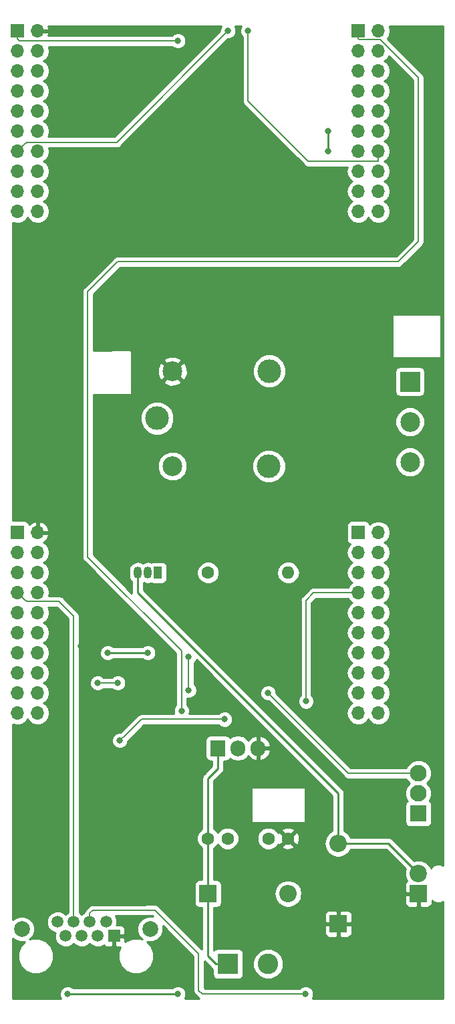
<source format=gbr>
G04 #@! TF.GenerationSoftware,KiCad,Pcbnew,5.0.1*
G04 #@! TF.CreationDate,2018-12-02T07:32:58+00:00*
G04 #@! TF.ProjectId,acnode-doorbot,61636E6F64652D646F6F72626F742E6B,rev?*
G04 #@! TF.SameCoordinates,Original*
G04 #@! TF.FileFunction,Copper,L2,Bot,Signal*
G04 #@! TF.FilePolarity,Positive*
%FSLAX46Y46*%
G04 Gerber Fmt 4.6, Leading zero omitted, Abs format (unit mm)*
G04 Created by KiCad (PCBNEW 5.0.1) date Sun Dec  2 07:32:58 2018*
%MOMM*%
%LPD*%
G01*
G04 APERTURE LIST*
G04 #@! TA.AperFunction,ComponentPad*
%ADD10C,1.600000*%
G04 #@! TD*
G04 #@! TA.AperFunction,ComponentPad*
%ADD11R,2.200000X2.200000*%
G04 #@! TD*
G04 #@! TA.AperFunction,ComponentPad*
%ADD12O,2.200000X2.200000*%
G04 #@! TD*
G04 #@! TA.AperFunction,ComponentPad*
%ADD13R,1.700000X1.700000*%
G04 #@! TD*
G04 #@! TA.AperFunction,ComponentPad*
%ADD14O,1.700000X1.700000*%
G04 #@! TD*
G04 #@! TA.AperFunction,ComponentPad*
%ADD15R,2.600000X2.600000*%
G04 #@! TD*
G04 #@! TA.AperFunction,ComponentPad*
%ADD16C,2.600000*%
G04 #@! TD*
G04 #@! TA.AperFunction,ComponentPad*
%ADD17C,2.200000*%
G04 #@! TD*
G04 #@! TA.AperFunction,ComponentPad*
%ADD18R,2.500000X2.500000*%
G04 #@! TD*
G04 #@! TA.AperFunction,ComponentPad*
%ADD19C,2.500000*%
G04 #@! TD*
G04 #@! TA.AperFunction,ComponentPad*
%ADD20R,1.500000X1.500000*%
G04 #@! TD*
G04 #@! TA.AperFunction,ComponentPad*
%ADD21C,1.500000*%
G04 #@! TD*
G04 #@! TA.AperFunction,ComponentPad*
%ADD22C,2.000000*%
G04 #@! TD*
G04 #@! TA.AperFunction,ComponentPad*
%ADD23R,2.100000X2.100000*%
G04 #@! TD*
G04 #@! TA.AperFunction,ComponentPad*
%ADD24C,2.100000*%
G04 #@! TD*
G04 #@! TA.AperFunction,ComponentPad*
%ADD25C,3.000000*%
G04 #@! TD*
G04 #@! TA.AperFunction,ComponentPad*
%ADD26O,1.050000X1.500000*%
G04 #@! TD*
G04 #@! TA.AperFunction,ComponentPad*
%ADD27R,1.050000X1.500000*%
G04 #@! TD*
G04 #@! TA.AperFunction,ComponentPad*
%ADD28O,1.600000X1.600000*%
G04 #@! TD*
G04 #@! TA.AperFunction,ComponentPad*
%ADD29R,1.905000X2.000000*%
G04 #@! TD*
G04 #@! TA.AperFunction,ComponentPad*
%ADD30O,1.905000X2.000000*%
G04 #@! TD*
G04 #@! TA.AperFunction,ViaPad*
%ADD31C,0.800000*%
G04 #@! TD*
G04 #@! TA.AperFunction,Conductor*
%ADD32C,0.250000*%
G04 #@! TD*
G04 #@! TA.AperFunction,Conductor*
%ADD33C,0.152400*%
G04 #@! TD*
G04 #@! TA.AperFunction,Conductor*
%ADD34C,0.254000*%
G04 #@! TD*
G04 APERTURE END LIST*
D10*
G04 #@! TO.P,C1,1*
G04 #@! TO.N,12V*
X76200000Y-144145000D03*
G04 #@! TO.P,C1,2*
G04 #@! TO.N,GND*
X78700000Y-144145000D03*
G04 #@! TD*
G04 #@! TO.P,C2,2*
G04 #@! TO.N,GND*
X83860000Y-144145000D03*
G04 #@! TO.P,C2,1*
G04 #@! TO.N,5V*
X86360000Y-144145000D03*
G04 #@! TD*
D11*
G04 #@! TO.P,D1,1*
G04 #@! TO.N,5V*
X92710000Y-154940000D03*
D12*
G04 #@! TO.P,D1,2*
G04 #@! TO.N,Net-(D1-Pad2)*
X92710000Y-144780000D03*
G04 #@! TD*
G04 #@! TO.P,D2,2*
G04 #@! TO.N,GND*
X86360000Y-151130000D03*
D11*
G04 #@! TO.P,D2,1*
G04 #@! TO.N,12V*
X76200000Y-151130000D03*
G04 #@! TD*
D13*
G04 #@! TO.P,J1,1*
G04 #@! TO.N,3.3V*
X52070000Y-41910000D03*
D14*
G04 #@! TO.P,J1,2*
G04 #@! TO.N,5V*
X54610000Y-41910000D03*
G04 #@! TO.P,J1,3*
G04 #@! TO.N,PE_4*
X52070000Y-44450000D03*
G04 #@! TO.P,J1,4*
G04 #@! TO.N,GND*
X54610000Y-44450000D03*
G04 #@! TO.P,J1,5*
G04 #@! TO.N,PC_4*
X52070000Y-46990000D03*
G04 #@! TO.P,J1,6*
G04 #@! TO.N,PE_0*
X54610000Y-46990000D03*
G04 #@! TO.P,J1,7*
G04 #@! TO.N,PC_5*
X52070000Y-49530000D03*
G04 #@! TO.P,J1,8*
G04 #@! TO.N,PE_1*
X54610000Y-49530000D03*
G04 #@! TO.P,J1,9*
G04 #@! TO.N,PC_6*
X52070000Y-52070000D03*
G04 #@! TO.P,J1,10*
G04 #@! TO.N,PE_2*
X54610000Y-52070000D03*
G04 #@! TO.P,J1,11*
G04 #@! TO.N,PE_5*
X52070000Y-54610000D03*
G04 #@! TO.P,J1,12*
G04 #@! TO.N,PE_3*
X54610000Y-54610000D03*
G04 #@! TO.P,J1,13*
G04 #@! TO.N,PD_3*
X52070000Y-57150000D03*
G04 #@! TO.P,J1,14*
G04 #@! TO.N,PD_7*
X54610000Y-57150000D03*
G04 #@! TO.P,J1,15*
G04 #@! TO.N,PC_7*
X52070000Y-59690000D03*
G04 #@! TO.P,J1,16*
G04 #@! TO.N,PA_6*
X54610000Y-59690000D03*
G04 #@! TO.P,J1,17*
G04 #@! TO.N,PB_2*
X52070000Y-62230000D03*
G04 #@! TO.P,J1,18*
G04 #@! TO.N,PM_4*
X54610000Y-62230000D03*
G04 #@! TO.P,J1,19*
G04 #@! TO.N,PB_3*
X52070000Y-64770000D03*
G04 #@! TO.P,J1,20*
G04 #@! TO.N,PM_5*
X54610000Y-64770000D03*
G04 #@! TD*
G04 #@! TO.P,J2,20*
G04 #@! TO.N,PA_5*
X54610000Y-128270000D03*
G04 #@! TO.P,J2,19*
G04 #@! TO.N,PN_4*
X52070000Y-128270000D03*
G04 #@! TO.P,J2,18*
G04 #@! TO.N,PA_4*
X54610000Y-125730000D03*
G04 #@! TO.P,J2,17*
G04 #@! TO.N,PN_5*
X52070000Y-125730000D03*
G04 #@! TO.P,J2,16*
G04 #@! TO.N,PK_3*
X54610000Y-123190000D03*
G04 #@! TO.P,J2,15*
G04 #@! TO.N,PP_4*
X52070000Y-123190000D03*
G04 #@! TO.P,J2,14*
G04 #@! TO.N,PK_2*
X54610000Y-120650000D03*
G04 #@! TO.P,J2,13*
G04 #@! TO.N,PQ_0*
X52070000Y-120650000D03*
G04 #@! TO.P,J2,12*
G04 #@! TO.N,PK_1*
X54610000Y-118110000D03*
G04 #@! TO.P,J2,11*
G04 #@! TO.N,PD_5*
X52070000Y-118110000D03*
G04 #@! TO.P,J2,10*
G04 #@! TO.N,PK_0*
X54610000Y-115570000D03*
G04 #@! TO.P,J2,9*
G04 #@! TO.N,PD_4*
X52070000Y-115570000D03*
G04 #@! TO.P,J2,8*
G04 #@! TO.N,PB_5*
X54610000Y-113030000D03*
G04 #@! TO.P,J2,7*
G04 #@! TO.N,PP_1*
X52070000Y-113030000D03*
G04 #@! TO.P,J2,6*
G04 #@! TO.N,PB_4*
X54610000Y-110490000D03*
G04 #@! TO.P,J2,5*
G04 #@! TO.N,PP_0*
X52070000Y-110490000D03*
G04 #@! TO.P,J2,4*
G04 #@! TO.N,GND*
X54610000Y-107950000D03*
G04 #@! TO.P,J2,3*
G04 #@! TO.N,PD_2*
X52070000Y-107950000D03*
G04 #@! TO.P,J2,2*
G04 #@! TO.N,5V*
X54610000Y-105410000D03*
D13*
G04 #@! TO.P,J2,1*
G04 #@! TO.N,3.3V*
X52070000Y-105410000D03*
G04 #@! TD*
D15*
G04 #@! TO.P,J3,1*
G04 #@! TO.N,12V*
X78740000Y-160020000D03*
D16*
G04 #@! TO.P,J3,2*
G04 #@! TO.N,GND*
X83820000Y-160020000D03*
G04 #@! TD*
D13*
G04 #@! TO.P,J4,1*
G04 #@! TO.N,PF_1*
X95250000Y-41910000D03*
D14*
G04 #@! TO.P,J4,2*
G04 #@! TO.N,GND*
X97790000Y-41910000D03*
G04 #@! TO.P,J4,3*
G04 #@! TO.N,PF_2*
X95250000Y-44450000D03*
G04 #@! TO.P,J4,4*
G04 #@! TO.N,PM_3*
X97790000Y-44450000D03*
G04 #@! TO.P,J4,5*
G04 #@! TO.N,PF_3*
X95250000Y-46990000D03*
G04 #@! TO.P,J4,6*
G04 #@! TO.N,PH_2*
X97790000Y-46990000D03*
G04 #@! TO.P,J4,7*
G04 #@! TO.N,PG_0*
X95250000Y-49530000D03*
G04 #@! TO.P,J4,8*
G04 #@! TO.N,PH_3*
X97790000Y-49530000D03*
G04 #@! TO.P,J4,9*
G04 #@! TO.N,PL_4*
X95250000Y-52070000D03*
G04 #@! TO.P,J4,10*
G04 #@! TO.N,RST*
X97790000Y-52070000D03*
G04 #@! TO.P,J4,11*
G04 #@! TO.N,PL_5*
X95250000Y-54610000D03*
G04 #@! TO.P,J4,12*
G04 #@! TO.N,PD_1*
X97790000Y-54610000D03*
G04 #@! TO.P,J4,13*
G04 #@! TO.N,PL_0*
X95250000Y-57150000D03*
G04 #@! TO.P,J4,14*
G04 #@! TO.N,PD_0*
X97790000Y-57150000D03*
G04 #@! TO.P,J4,15*
G04 #@! TO.N,PL_1*
X95250000Y-59690000D03*
G04 #@! TO.P,J4,16*
G04 #@! TO.N,PN_2*
X97790000Y-59690000D03*
G04 #@! TO.P,J4,17*
G04 #@! TO.N,PL_2*
X95250000Y-62230000D03*
G04 #@! TO.P,J4,18*
G04 #@! TO.N,PN_3*
X97790000Y-62230000D03*
G04 #@! TO.P,J4,19*
G04 #@! TO.N,PL_3*
X95250000Y-64770000D03*
G04 #@! TO.P,J4,20*
G04 #@! TO.N,PP_2*
X97790000Y-64770000D03*
G04 #@! TD*
G04 #@! TO.P,J5,20*
G04 #@! TO.N,PM_6*
X97790000Y-128270000D03*
G04 #@! TO.P,J5,19*
G04 #@! TO.N,PK_7*
X95250000Y-128270000D03*
G04 #@! TO.P,J5,18*
G04 #@! TO.N,PQ_1*
X97790000Y-125730000D03*
G04 #@! TO.P,J5,17*
G04 #@! TO.N,PK_6*
X95250000Y-125730000D03*
G04 #@! TO.P,J5,16*
G04 #@! TO.N,PP_3*
X97790000Y-123190000D03*
G04 #@! TO.P,J5,15*
G04 #@! TO.N,PH_1*
X95250000Y-123190000D03*
G04 #@! TO.P,J5,14*
G04 #@! TO.N,PQ_3*
X97790000Y-120650000D03*
G04 #@! TO.P,J5,13*
G04 #@! TO.N,PH_0*
X95250000Y-120650000D03*
G04 #@! TO.P,J5,12*
G04 #@! TO.N,PQ_2*
X97790000Y-118110000D03*
G04 #@! TO.P,J5,11*
G04 #@! TO.N,PM_2*
X95250000Y-118110000D03*
G04 #@! TO.P,J5,10*
G04 #@! TO.N,RST*
X97790000Y-115570000D03*
G04 #@! TO.P,J5,9*
G04 #@! TO.N,PM_1*
X95250000Y-115570000D03*
G04 #@! TO.P,J5,8*
G04 #@! TO.N,PA_7*
X97790000Y-113030000D03*
G04 #@! TO.P,J5,7*
G04 #@! TO.N,PM_0*
X95250000Y-113030000D03*
G04 #@! TO.P,J5,6*
G04 #@! TO.N,PP_5*
X97790000Y-110490000D03*
G04 #@! TO.P,J5,5*
G04 #@! TO.N,PK_5*
X95250000Y-110490000D03*
G04 #@! TO.P,J5,4*
G04 #@! TO.N,PM_7*
X97790000Y-107950000D03*
G04 #@! TO.P,J5,3*
G04 #@! TO.N,PK_4*
X95250000Y-107950000D03*
G04 #@! TO.P,J5,2*
G04 #@! TO.N,GND*
X97790000Y-105410000D03*
D13*
G04 #@! TO.P,J5,1*
G04 #@! TO.N,PG_1*
X95250000Y-105410000D03*
G04 #@! TD*
D11*
G04 #@! TO.P,J6,1*
G04 #@! TO.N,5V*
X102870000Y-151130000D03*
D17*
G04 #@! TO.P,J6,2*
G04 #@! TO.N,Net-(D1-Pad2)*
X102870000Y-148590000D03*
G04 #@! TD*
D18*
G04 #@! TO.P,J7,1*
G04 #@! TO.N,Net-(J7-Pad1)*
X101790000Y-86320000D03*
D19*
G04 #@! TO.P,J7,2*
G04 #@! TO.N,Net-(J7-Pad2)*
X101790000Y-91400000D03*
G04 #@! TO.P,J7,3*
G04 #@! TO.N,Net-(J7-Pad3)*
X101790000Y-96480000D03*
G04 #@! TD*
D20*
G04 #@! TO.P,J8,1*
G04 #@! TO.N,5V*
X64290000Y-156490000D03*
D21*
G04 #@! TO.P,J8,3*
G04 #@! TO.N,PP_0*
X62250000Y-156490000D03*
G04 #@! TO.P,J8,5*
G04 #@! TO.N,PF_1*
X60210000Y-156490000D03*
G04 #@! TO.P,J8,7*
G04 #@! TO.N,PM_1*
X58170000Y-156490000D03*
G04 #@! TO.P,J8,2*
G04 #@! TO.N,GND*
X63270000Y-154710000D03*
G04 #@! TO.P,J8,4*
G04 #@! TO.N,PM_0*
X61230000Y-154710000D03*
G04 #@! TO.P,J8,6*
G04 #@! TO.N,PP_1*
X59190000Y-154710000D03*
G04 #@! TO.P,J8,8*
G04 #@! TO.N,PM_2*
X57150000Y-154710000D03*
D22*
G04 #@! TO.P,J8,SH*
G04 #@! TO.N,N/C*
X52600000Y-155600000D03*
X68860000Y-155600000D03*
G04 #@! TD*
D23*
G04 #@! TO.P,J10,1*
G04 #@! TO.N,PM_6*
X102870000Y-140970000D03*
D24*
G04 #@! TO.P,J10,2*
G04 #@! TO.N,GND*
X102870000Y-138430000D03*
G04 #@! TO.P,J10,3*
G04 #@! TO.N,PP_4*
X102870000Y-135890000D03*
G04 #@! TD*
D19*
G04 #@! TO.P,K1,2*
G04 #@! TO.N,Net-(D1-Pad2)*
X71710000Y-97010000D03*
D25*
G04 #@! TO.P,K1,3*
G04 #@! TO.N,Net-(J7-Pad3)*
X83910000Y-97010000D03*
G04 #@! TO.P,K1,4*
G04 #@! TO.N,Net-(J7-Pad1)*
X83960000Y-84960000D03*
D19*
G04 #@! TO.P,K1,5*
G04 #@! TO.N,5V*
X71710000Y-85010000D03*
D25*
G04 #@! TO.P,K1,1*
G04 #@! TO.N,Net-(J7-Pad2)*
X69760000Y-90960000D03*
G04 #@! TD*
D26*
G04 #@! TO.P,Q1,2*
G04 #@! TO.N,Net-(Q1-Pad2)*
X68580000Y-110490000D03*
G04 #@! TO.P,Q1,3*
G04 #@! TO.N,Net-(D1-Pad2)*
X67310000Y-110490000D03*
D27*
G04 #@! TO.P,Q1,1*
G04 #@! TO.N,GND*
X69850000Y-110490000D03*
G04 #@! TD*
D10*
G04 #@! TO.P,R1,1*
G04 #@! TO.N,Net-(Q1-Pad2)*
X76200000Y-110490000D03*
D28*
G04 #@! TO.P,R1,2*
G04 #@! TO.N,PG_1*
X86360000Y-110490000D03*
G04 #@! TD*
D29*
G04 #@! TO.P,U1,1*
G04 #@! TO.N,12V*
X77470000Y-132715000D03*
D30*
G04 #@! TO.P,U1,2*
G04 #@! TO.N,GND*
X80010000Y-132715000D03*
G04 #@! TO.P,U1,3*
G04 #@! TO.N,5V*
X82550000Y-132715000D03*
G04 #@! TD*
D31*
G04 #@! TO.N,GND*
X58420000Y-163830000D03*
X72390000Y-163830000D03*
X68580000Y-120650000D03*
X63500000Y-120650000D03*
X91440000Y-54610000D03*
X91440000Y-57150000D03*
G04 #@! TO.N,5V*
X80010000Y-68580000D03*
X80010000Y-74930000D03*
X60071000Y-119761000D03*
X57785000Y-119761000D03*
G04 #@! TO.N,3.3V*
X72390000Y-43180000D03*
G04 #@! TO.N,PD_3*
X78740000Y-41910000D03*
G04 #@! TO.N,PP_4*
X83820000Y-125730000D03*
X64770000Y-124460000D03*
X62230000Y-124460000D03*
G04 #@! TO.N,PF_1*
X72860000Y-127980000D03*
G04 #@! TO.N,PD_0*
X81280000Y-41910000D03*
G04 #@! TO.N,PM_2*
X65020000Y-131740000D03*
X78310000Y-129060000D03*
G04 #@! TO.N,PM_1*
X73750000Y-125380000D03*
X73750000Y-121150000D03*
G04 #@! TO.N,PM_0*
X88560000Y-163850000D03*
X88620000Y-126770000D03*
G04 #@! TD*
D32*
G04 #@! TO.N,12V*
X77190000Y-160020000D02*
X78740000Y-160020000D01*
X76200000Y-159030000D02*
X77190000Y-160020000D01*
X76200000Y-151130000D02*
X76200000Y-159030000D01*
X76200000Y-151130000D02*
X76200000Y-144145000D01*
X77470000Y-135255000D02*
X77470000Y-132715000D01*
X76200000Y-144145000D02*
X76200000Y-136525000D01*
X76200000Y-136525000D02*
X77470000Y-135255000D01*
G04 #@! TO.N,GND*
X58420000Y-163830000D02*
X72390000Y-163830000D01*
X68580000Y-120650000D02*
X63500000Y-120650000D01*
X91440000Y-54610000D02*
X91440000Y-57150000D01*
G04 #@! TO.N,Net-(D1-Pad2)*
X99060000Y-144780000D02*
X102870000Y-148590000D01*
X92710000Y-144780000D02*
X99060000Y-144780000D01*
X92710000Y-144780000D02*
X92710000Y-138430000D01*
X67310000Y-113030000D02*
X67310000Y-110490000D01*
X92710000Y-138430000D02*
X67310000Y-113030000D01*
D33*
G04 #@! TO.N,3.3V*
X52070000Y-42912400D02*
X52070000Y-41910000D01*
X52337600Y-43180000D02*
X52070000Y-42912400D01*
X72390000Y-43180000D02*
X52337600Y-43180000D01*
G04 #@! TO.N,PD_3*
X52919999Y-56300001D02*
X52070000Y-57150000D01*
X53196201Y-56023799D02*
X52919999Y-56300001D01*
X64626201Y-56023799D02*
X53196201Y-56023799D01*
X78740000Y-41910000D02*
X64626201Y-56023799D01*
G04 #@! TO.N,PP_4*
X102870000Y-135890000D02*
X93980000Y-135890000D01*
X93980000Y-135890000D02*
X83820000Y-125730000D01*
X64770000Y-124460000D02*
X62230000Y-124460000D01*
G04 #@! TO.N,PP_1*
X52919999Y-113879999D02*
X52070000Y-113030000D01*
X53196201Y-114156201D02*
X52919999Y-113879999D01*
X57336201Y-114156201D02*
X53196201Y-114156201D01*
X59190000Y-116010000D02*
X57336201Y-114156201D01*
X59190000Y-154710000D02*
X59190000Y-116010000D01*
G04 #@! TO.N,PF_1*
X95250000Y-42912400D02*
X95250000Y-41910000D01*
X95373801Y-43036201D02*
X95250000Y-42912400D01*
X98042979Y-43036201D02*
X95373801Y-43036201D01*
X102870000Y-47863222D02*
X98042979Y-43036201D01*
X102870000Y-68580000D02*
X102870000Y-47863222D01*
X64770000Y-71120000D02*
X100330000Y-71120000D01*
X100330000Y-71120000D02*
X102870000Y-68580000D01*
X60960000Y-74930000D02*
X64770000Y-71120000D01*
X72860000Y-127980000D02*
X72860000Y-120410000D01*
X60960000Y-108510000D02*
X60960000Y-74930000D01*
X72860000Y-120410000D02*
X60960000Y-108510000D01*
G04 #@! TO.N,PD_0*
X97790000Y-58420000D02*
X97790000Y-57150000D01*
X88900000Y-58420000D02*
X97790000Y-58420000D01*
X81280000Y-41910000D02*
X81280000Y-50800000D01*
X81280000Y-50800000D02*
X88900000Y-58420000D01*
G04 #@! TO.N,PM_2*
X65419999Y-131340001D02*
X65509999Y-131340001D01*
X65020000Y-131740000D02*
X65419999Y-131340001D01*
X65509999Y-131340001D02*
X67790000Y-129060000D01*
X67790000Y-129060000D02*
X78310000Y-129060000D01*
G04 #@! TO.N,PM_1*
X73750000Y-125380000D02*
X73750000Y-124814315D01*
X73750000Y-124814315D02*
X73750000Y-121150000D01*
G04 #@! TO.N,PM_0*
X61230000Y-154710000D02*
X61230000Y-153590000D01*
X61230000Y-153590000D02*
X61580000Y-153240000D01*
X68388778Y-153240000D02*
X68408778Y-153220000D01*
X61580000Y-153240000D02*
X68388778Y-153240000D01*
X68408778Y-153220000D02*
X69480000Y-153220000D01*
X69480000Y-153220000D02*
X75030000Y-158770000D01*
X75030000Y-158770000D02*
X75030000Y-159407162D01*
X75030000Y-159407162D02*
X75030000Y-163370000D01*
X75030000Y-163370000D02*
X75510000Y-163850000D01*
X75510000Y-163850000D02*
X88560000Y-163850000D01*
X88620000Y-126770000D02*
X88620000Y-114000000D01*
X89590000Y-113030000D02*
X95250000Y-113030000D01*
X88620000Y-114000000D02*
X89590000Y-113030000D01*
G04 #@! TD*
D34*
G04 #@! TO.N,5V*
G36*
X80245000Y-41704126D02*
X80245000Y-42115874D01*
X80402569Y-42496280D01*
X80568800Y-42662511D01*
X80568801Y-50729954D01*
X80554868Y-50800000D01*
X80610065Y-51077496D01*
X80727576Y-51253364D01*
X80727579Y-51253367D01*
X80767255Y-51312746D01*
X80826634Y-51352422D01*
X88347578Y-58873367D01*
X88387254Y-58932746D01*
X88446633Y-58972422D01*
X88446635Y-58972424D01*
X88622502Y-59089935D01*
X88622503Y-59089935D01*
X88622504Y-59089936D01*
X88829954Y-59131200D01*
X88829957Y-59131200D01*
X88899999Y-59145132D01*
X88970041Y-59131200D01*
X93847060Y-59131200D01*
X93735908Y-59690000D01*
X93851161Y-60269418D01*
X94179375Y-60760625D01*
X94477761Y-60960000D01*
X94179375Y-61159375D01*
X93851161Y-61650582D01*
X93735908Y-62230000D01*
X93851161Y-62809418D01*
X94179375Y-63300625D01*
X94477761Y-63500000D01*
X94179375Y-63699375D01*
X93851161Y-64190582D01*
X93735908Y-64770000D01*
X93851161Y-65349418D01*
X94179375Y-65840625D01*
X94670582Y-66168839D01*
X95103744Y-66255000D01*
X95396256Y-66255000D01*
X95829418Y-66168839D01*
X96320625Y-65840625D01*
X96520000Y-65542239D01*
X96719375Y-65840625D01*
X97210582Y-66168839D01*
X97643744Y-66255000D01*
X97936256Y-66255000D01*
X98369418Y-66168839D01*
X98860625Y-65840625D01*
X99188839Y-65349418D01*
X99304092Y-64770000D01*
X99188839Y-64190582D01*
X98860625Y-63699375D01*
X98562239Y-63500000D01*
X98860625Y-63300625D01*
X99188839Y-62809418D01*
X99304092Y-62230000D01*
X99188839Y-61650582D01*
X98860625Y-61159375D01*
X98562239Y-60960000D01*
X98860625Y-60760625D01*
X99188839Y-60269418D01*
X99304092Y-59690000D01*
X99188839Y-59110582D01*
X98860625Y-58619375D01*
X98562239Y-58420000D01*
X98860625Y-58220625D01*
X99188839Y-57729418D01*
X99304092Y-57150000D01*
X99188839Y-56570582D01*
X98860625Y-56079375D01*
X98562239Y-55880000D01*
X98860625Y-55680625D01*
X99188839Y-55189418D01*
X99304092Y-54610000D01*
X99188839Y-54030582D01*
X98860625Y-53539375D01*
X98562239Y-53340000D01*
X98860625Y-53140625D01*
X99188839Y-52649418D01*
X99304092Y-52070000D01*
X99188839Y-51490582D01*
X98860625Y-50999375D01*
X98562239Y-50800000D01*
X98860625Y-50600625D01*
X99188839Y-50109418D01*
X99304092Y-49530000D01*
X99188839Y-48950582D01*
X98860625Y-48459375D01*
X98562239Y-48260000D01*
X98860625Y-48060625D01*
X99188839Y-47569418D01*
X99304092Y-46990000D01*
X99188839Y-46410582D01*
X98860625Y-45919375D01*
X98562239Y-45720000D01*
X98860625Y-45520625D01*
X99125380Y-45124391D01*
X102158801Y-48157812D01*
X102158800Y-68285411D01*
X100035412Y-70408800D01*
X64840042Y-70408800D01*
X64770000Y-70394868D01*
X64699958Y-70408800D01*
X64699954Y-70408800D01*
X64492504Y-70450064D01*
X64492502Y-70450065D01*
X64492503Y-70450065D01*
X64316635Y-70567576D01*
X64316633Y-70567578D01*
X64257254Y-70607254D01*
X64217578Y-70666633D01*
X60506634Y-74377578D01*
X60447255Y-74417254D01*
X60407579Y-74476633D01*
X60407576Y-74476636D01*
X60290065Y-74652504D01*
X60234868Y-74930000D01*
X60248801Y-75000046D01*
X60248800Y-108439959D01*
X60234868Y-108510000D01*
X60248800Y-108580041D01*
X60248800Y-108580045D01*
X60290064Y-108787495D01*
X60290065Y-108787496D01*
X60407576Y-108963364D01*
X60407578Y-108963366D01*
X60447254Y-109022745D01*
X60506634Y-109062422D01*
X72148801Y-120704590D01*
X72148800Y-127227489D01*
X71982569Y-127393720D01*
X71825000Y-127774126D01*
X71825000Y-128185874D01*
X71892486Y-128348800D01*
X67860041Y-128348800D01*
X67789999Y-128334868D01*
X67719957Y-128348800D01*
X67719954Y-128348800D01*
X67512504Y-128390064D01*
X67512503Y-128390065D01*
X67512502Y-128390065D01*
X67336635Y-128507576D01*
X67336633Y-128507578D01*
X67277254Y-128547254D01*
X67237578Y-128606633D01*
X65182004Y-130662208D01*
X65142503Y-130670065D01*
X65090219Y-130705000D01*
X64814126Y-130705000D01*
X64433720Y-130862569D01*
X64142569Y-131153720D01*
X63985000Y-131534126D01*
X63985000Y-131945874D01*
X64142569Y-132326280D01*
X64433720Y-132617431D01*
X64814126Y-132775000D01*
X65225874Y-132775000D01*
X65606280Y-132617431D01*
X65897431Y-132326280D01*
X66055000Y-131945874D01*
X66055000Y-131804474D01*
X66062423Y-131793365D01*
X68084589Y-129771200D01*
X77557489Y-129771200D01*
X77723720Y-129937431D01*
X78104126Y-130095000D01*
X78515874Y-130095000D01*
X78896280Y-129937431D01*
X79187431Y-129646280D01*
X79345000Y-129265874D01*
X79345000Y-128854126D01*
X79187431Y-128473720D01*
X78896280Y-128182569D01*
X78515874Y-128025000D01*
X78104126Y-128025000D01*
X77723720Y-128182569D01*
X77557489Y-128348800D01*
X73827514Y-128348800D01*
X73895000Y-128185874D01*
X73895000Y-127774126D01*
X73737431Y-127393720D01*
X73571200Y-127227489D01*
X73571200Y-126415000D01*
X73955874Y-126415000D01*
X74336280Y-126257431D01*
X74627431Y-125966280D01*
X74785000Y-125585874D01*
X74785000Y-125174126D01*
X74627431Y-124793720D01*
X74461200Y-124627489D01*
X74461200Y-121902511D01*
X74627431Y-121736280D01*
X74719413Y-121514215D01*
X91950001Y-138744804D01*
X91950000Y-143201149D01*
X91459135Y-143529135D01*
X91075666Y-144103037D01*
X90941010Y-144780000D01*
X91075666Y-145456963D01*
X91459135Y-146030865D01*
X92033037Y-146414334D01*
X92539120Y-146515000D01*
X92880880Y-146515000D01*
X93386963Y-146414334D01*
X93960865Y-146030865D01*
X94288850Y-145540000D01*
X98745199Y-145540000D01*
X101227286Y-148022088D01*
X101135000Y-148244887D01*
X101135000Y-148935113D01*
X101378646Y-149523328D01*
X101231673Y-149670302D01*
X101135000Y-149903691D01*
X101135000Y-150844250D01*
X101293750Y-151003000D01*
X102743000Y-151003000D01*
X102743000Y-150983000D01*
X102997000Y-150983000D01*
X102997000Y-151003000D01*
X103017000Y-151003000D01*
X103017000Y-151257000D01*
X102997000Y-151257000D01*
X102997000Y-152706250D01*
X103155750Y-152865000D01*
X104096310Y-152865000D01*
X104329699Y-152768327D01*
X104508327Y-152589698D01*
X104605000Y-152356309D01*
X104605000Y-152000844D01*
X104738751Y-152134595D01*
X105174289Y-152315000D01*
X105645711Y-152315000D01*
X105995001Y-152170320D01*
X105995001Y-164415000D01*
X89446245Y-164415000D01*
X89595000Y-164055874D01*
X89595000Y-163644126D01*
X89437431Y-163263720D01*
X89146280Y-162972569D01*
X88765874Y-162815000D01*
X88354126Y-162815000D01*
X87973720Y-162972569D01*
X87807489Y-163138800D01*
X75804588Y-163138800D01*
X75741200Y-163075412D01*
X75741200Y-159646001D01*
X76599673Y-160504475D01*
X76642071Y-160567929D01*
X76705524Y-160610327D01*
X76705526Y-160610329D01*
X76792560Y-160668483D01*
X76792560Y-161320000D01*
X76841843Y-161567765D01*
X76982191Y-161777809D01*
X77192235Y-161918157D01*
X77440000Y-161967440D01*
X80040000Y-161967440D01*
X80287765Y-161918157D01*
X80497809Y-161777809D01*
X80638157Y-161567765D01*
X80687440Y-161320000D01*
X80687440Y-159635105D01*
X81885000Y-159635105D01*
X81885000Y-160404895D01*
X82179586Y-161116090D01*
X82723910Y-161660414D01*
X83435105Y-161955000D01*
X84204895Y-161955000D01*
X84916090Y-161660414D01*
X85460414Y-161116090D01*
X85755000Y-160404895D01*
X85755000Y-159635105D01*
X85460414Y-158923910D01*
X84916090Y-158379586D01*
X84204895Y-158085000D01*
X83435105Y-158085000D01*
X82723910Y-158379586D01*
X82179586Y-158923910D01*
X81885000Y-159635105D01*
X80687440Y-159635105D01*
X80687440Y-158720000D01*
X80638157Y-158472235D01*
X80497809Y-158262191D01*
X80287765Y-158121843D01*
X80040000Y-158072560D01*
X77440000Y-158072560D01*
X77192235Y-158121843D01*
X76982191Y-158262191D01*
X76960000Y-158295402D01*
X76960000Y-155225750D01*
X90975000Y-155225750D01*
X90975000Y-156166309D01*
X91071673Y-156399698D01*
X91250301Y-156578327D01*
X91483690Y-156675000D01*
X92424250Y-156675000D01*
X92583000Y-156516250D01*
X92583000Y-155067000D01*
X92837000Y-155067000D01*
X92837000Y-156516250D01*
X92995750Y-156675000D01*
X93936310Y-156675000D01*
X94169699Y-156578327D01*
X94348327Y-156399698D01*
X94445000Y-156166309D01*
X94445000Y-155225750D01*
X94286250Y-155067000D01*
X92837000Y-155067000D01*
X92583000Y-155067000D01*
X91133750Y-155067000D01*
X90975000Y-155225750D01*
X76960000Y-155225750D01*
X76960000Y-153713691D01*
X90975000Y-153713691D01*
X90975000Y-154654250D01*
X91133750Y-154813000D01*
X92583000Y-154813000D01*
X92583000Y-153363750D01*
X92837000Y-153363750D01*
X92837000Y-154813000D01*
X94286250Y-154813000D01*
X94445000Y-154654250D01*
X94445000Y-153713691D01*
X94348327Y-153480302D01*
X94169699Y-153301673D01*
X93936310Y-153205000D01*
X92995750Y-153205000D01*
X92837000Y-153363750D01*
X92583000Y-153363750D01*
X92424250Y-153205000D01*
X91483690Y-153205000D01*
X91250301Y-153301673D01*
X91071673Y-153480302D01*
X90975000Y-153713691D01*
X76960000Y-153713691D01*
X76960000Y-152877440D01*
X77300000Y-152877440D01*
X77547765Y-152828157D01*
X77757809Y-152687809D01*
X77898157Y-152477765D01*
X77947440Y-152230000D01*
X77947440Y-151130000D01*
X84591010Y-151130000D01*
X84725666Y-151806963D01*
X85109135Y-152380865D01*
X85683037Y-152764334D01*
X86189120Y-152865000D01*
X86530880Y-152865000D01*
X87036963Y-152764334D01*
X87610865Y-152380865D01*
X87994334Y-151806963D01*
X88072150Y-151415750D01*
X101135000Y-151415750D01*
X101135000Y-152356309D01*
X101231673Y-152589698D01*
X101410301Y-152768327D01*
X101643690Y-152865000D01*
X102584250Y-152865000D01*
X102743000Y-152706250D01*
X102743000Y-151257000D01*
X101293750Y-151257000D01*
X101135000Y-151415750D01*
X88072150Y-151415750D01*
X88128990Y-151130000D01*
X87994334Y-150453037D01*
X87610865Y-149879135D01*
X87036963Y-149495666D01*
X86530880Y-149395000D01*
X86189120Y-149395000D01*
X85683037Y-149495666D01*
X85109135Y-149879135D01*
X84725666Y-150453037D01*
X84591010Y-151130000D01*
X77947440Y-151130000D01*
X77947440Y-150030000D01*
X77898157Y-149782235D01*
X77757809Y-149572191D01*
X77547765Y-149431843D01*
X77300000Y-149382560D01*
X76960000Y-149382560D01*
X76960000Y-145383430D01*
X77012862Y-145361534D01*
X77416534Y-144957862D01*
X77450000Y-144877068D01*
X77483466Y-144957862D01*
X77887138Y-145361534D01*
X78414561Y-145580000D01*
X78985439Y-145580000D01*
X79512862Y-145361534D01*
X79916534Y-144957862D01*
X80135000Y-144430439D01*
X80135000Y-143859561D01*
X82425000Y-143859561D01*
X82425000Y-144430439D01*
X82643466Y-144957862D01*
X83047138Y-145361534D01*
X83574561Y-145580000D01*
X84145439Y-145580000D01*
X84672862Y-145361534D01*
X84881651Y-145152745D01*
X85531861Y-145152745D01*
X85605995Y-145398864D01*
X86143223Y-145591965D01*
X86713454Y-145564778D01*
X87114005Y-145398864D01*
X87188139Y-145152745D01*
X86360000Y-144324605D01*
X85531861Y-145152745D01*
X84881651Y-145152745D01*
X85076534Y-144957862D01*
X85103525Y-144892701D01*
X85106136Y-144899005D01*
X85352255Y-144973139D01*
X86180395Y-144145000D01*
X86539605Y-144145000D01*
X87367745Y-144973139D01*
X87613864Y-144899005D01*
X87806965Y-144361777D01*
X87779778Y-143791546D01*
X87613864Y-143390995D01*
X87367745Y-143316861D01*
X86539605Y-144145000D01*
X86180395Y-144145000D01*
X85352255Y-143316861D01*
X85106136Y-143390995D01*
X85103710Y-143397746D01*
X85076534Y-143332138D01*
X84881651Y-143137255D01*
X85531861Y-143137255D01*
X86360000Y-143965395D01*
X87188139Y-143137255D01*
X87114005Y-142891136D01*
X86576777Y-142698035D01*
X86006546Y-142725222D01*
X85605995Y-142891136D01*
X85531861Y-143137255D01*
X84881651Y-143137255D01*
X84672862Y-142928466D01*
X84145439Y-142710000D01*
X83574561Y-142710000D01*
X83047138Y-142928466D01*
X82643466Y-143332138D01*
X82425000Y-143859561D01*
X80135000Y-143859561D01*
X79916534Y-143332138D01*
X79512862Y-142928466D01*
X78985439Y-142710000D01*
X78414561Y-142710000D01*
X77887138Y-142928466D01*
X77483466Y-143332138D01*
X77450000Y-143412932D01*
X77416534Y-143332138D01*
X77012862Y-142928466D01*
X76960000Y-142906570D01*
X76960000Y-142049402D01*
X81663001Y-142049402D01*
X81672440Y-142098048D01*
X81699776Y-142139379D01*
X81740848Y-142167103D01*
X81789809Y-142177000D01*
X88449809Y-142187000D01*
X88498425Y-142177406D01*
X88539668Y-142149937D01*
X88567260Y-142108777D01*
X88577000Y-142059701D01*
X88567000Y-137809701D01*
X88557218Y-137761123D01*
X88529591Y-137719986D01*
X88488325Y-137692553D01*
X88440192Y-137683000D01*
X81810192Y-137673000D01*
X81761576Y-137682594D01*
X81720333Y-137710062D01*
X81692741Y-137751222D01*
X81683001Y-137799402D01*
X81663001Y-142049402D01*
X76960000Y-142049402D01*
X76960000Y-136839801D01*
X77954473Y-135845329D01*
X78017929Y-135802929D01*
X78185904Y-135551537D01*
X78230000Y-135329852D01*
X78230000Y-135329848D01*
X78244888Y-135255001D01*
X78230000Y-135180154D01*
X78230000Y-134362440D01*
X78422500Y-134362440D01*
X78670265Y-134313157D01*
X78880309Y-134172809D01*
X78998509Y-133995912D01*
X79390590Y-134257891D01*
X80010000Y-134381100D01*
X80629411Y-134257891D01*
X81154523Y-133907023D01*
X81289159Y-133705526D01*
X81683076Y-134090973D01*
X82177020Y-134305563D01*
X82423000Y-134185594D01*
X82423000Y-132842000D01*
X82677000Y-132842000D01*
X82677000Y-134185594D01*
X82922980Y-134305563D01*
X83416924Y-134090973D01*
X83859318Y-133658091D01*
X84102380Y-133088864D01*
X83975572Y-132842000D01*
X82677000Y-132842000D01*
X82423000Y-132842000D01*
X82403000Y-132842000D01*
X82403000Y-132588000D01*
X82423000Y-132588000D01*
X82423000Y-131244406D01*
X82677000Y-131244406D01*
X82677000Y-132588000D01*
X83975572Y-132588000D01*
X84102380Y-132341136D01*
X83859318Y-131771909D01*
X83416924Y-131339027D01*
X82922980Y-131124437D01*
X82677000Y-131244406D01*
X82423000Y-131244406D01*
X82177020Y-131124437D01*
X81683076Y-131339027D01*
X81289159Y-131724474D01*
X81154523Y-131522977D01*
X80629410Y-131172109D01*
X80010000Y-131048900D01*
X79390589Y-131172109D01*
X78998509Y-131434088D01*
X78880309Y-131257191D01*
X78670265Y-131116843D01*
X78422500Y-131067560D01*
X76517500Y-131067560D01*
X76269735Y-131116843D01*
X76059691Y-131257191D01*
X75919343Y-131467235D01*
X75870060Y-131715000D01*
X75870060Y-133715000D01*
X75919343Y-133962765D01*
X76059691Y-134172809D01*
X76269735Y-134313157D01*
X76517500Y-134362440D01*
X76710000Y-134362440D01*
X76710000Y-134940198D01*
X75715528Y-135934671D01*
X75652072Y-135977071D01*
X75609672Y-136040527D01*
X75609671Y-136040528D01*
X75484097Y-136228463D01*
X75425112Y-136525000D01*
X75440001Y-136599852D01*
X75440000Y-142906570D01*
X75387138Y-142928466D01*
X74983466Y-143332138D01*
X74765000Y-143859561D01*
X74765000Y-144430439D01*
X74983466Y-144957862D01*
X75387138Y-145361534D01*
X75440001Y-145383431D01*
X75440000Y-149382560D01*
X75100000Y-149382560D01*
X74852235Y-149431843D01*
X74642191Y-149572191D01*
X74501843Y-149782235D01*
X74452560Y-150030000D01*
X74452560Y-152230000D01*
X74501843Y-152477765D01*
X74642191Y-152687809D01*
X74852235Y-152828157D01*
X75100000Y-152877440D01*
X75440000Y-152877440D01*
X75440001Y-158174212D01*
X70032424Y-152766636D01*
X69992746Y-152707254D01*
X69757496Y-152550064D01*
X69550046Y-152508800D01*
X69550041Y-152508800D01*
X69480000Y-152494868D01*
X69409959Y-152508800D01*
X68478819Y-152508800D01*
X68408777Y-152494868D01*
X68338736Y-152508800D01*
X68338732Y-152508800D01*
X68238184Y-152528800D01*
X61650042Y-152528800D01*
X61580000Y-152514868D01*
X61509958Y-152528800D01*
X61509954Y-152528800D01*
X61302504Y-152570064D01*
X61067254Y-152727254D01*
X61027576Y-152786636D01*
X60776634Y-153037578D01*
X60717255Y-153077254D01*
X60677579Y-153136633D01*
X60677576Y-153136636D01*
X60560065Y-153312504D01*
X60521940Y-153504174D01*
X60445460Y-153535853D01*
X60210000Y-153771313D01*
X59974540Y-153535853D01*
X59901200Y-153505475D01*
X59901200Y-124254126D01*
X61195000Y-124254126D01*
X61195000Y-124665874D01*
X61352569Y-125046280D01*
X61643720Y-125337431D01*
X62024126Y-125495000D01*
X62435874Y-125495000D01*
X62816280Y-125337431D01*
X62982511Y-125171200D01*
X64017489Y-125171200D01*
X64183720Y-125337431D01*
X64564126Y-125495000D01*
X64975874Y-125495000D01*
X65356280Y-125337431D01*
X65647431Y-125046280D01*
X65805000Y-124665874D01*
X65805000Y-124254126D01*
X65647431Y-123873720D01*
X65356280Y-123582569D01*
X64975874Y-123425000D01*
X64564126Y-123425000D01*
X64183720Y-123582569D01*
X64017489Y-123748800D01*
X62982511Y-123748800D01*
X62816280Y-123582569D01*
X62435874Y-123425000D01*
X62024126Y-123425000D01*
X61643720Y-123582569D01*
X61352569Y-123873720D01*
X61195000Y-124254126D01*
X59901200Y-124254126D01*
X59901200Y-120444126D01*
X62465000Y-120444126D01*
X62465000Y-120855874D01*
X62622569Y-121236280D01*
X62913720Y-121527431D01*
X63294126Y-121685000D01*
X63705874Y-121685000D01*
X64086280Y-121527431D01*
X64203711Y-121410000D01*
X67876289Y-121410000D01*
X67993720Y-121527431D01*
X68374126Y-121685000D01*
X68785874Y-121685000D01*
X69166280Y-121527431D01*
X69457431Y-121236280D01*
X69615000Y-120855874D01*
X69615000Y-120444126D01*
X69457431Y-120063720D01*
X69166280Y-119772569D01*
X68785874Y-119615000D01*
X68374126Y-119615000D01*
X67993720Y-119772569D01*
X67876289Y-119890000D01*
X64203711Y-119890000D01*
X64086280Y-119772569D01*
X63705874Y-119615000D01*
X63294126Y-119615000D01*
X62913720Y-119772569D01*
X62622569Y-120063720D01*
X62465000Y-120444126D01*
X59901200Y-120444126D01*
X59901200Y-116080042D01*
X59915132Y-116010000D01*
X59901200Y-115939958D01*
X59901200Y-115939954D01*
X59859936Y-115732504D01*
X59751354Y-115570000D01*
X59742424Y-115556635D01*
X59742422Y-115556633D01*
X59702746Y-115497254D01*
X59643367Y-115457578D01*
X57888625Y-113702837D01*
X57848947Y-113643455D01*
X57613697Y-113486265D01*
X57406247Y-113445001D01*
X57406242Y-113445001D01*
X57336201Y-113431069D01*
X57266160Y-113445001D01*
X56041543Y-113445001D01*
X56124092Y-113030000D01*
X56008839Y-112450582D01*
X55680625Y-111959375D01*
X55382239Y-111760000D01*
X55680625Y-111560625D01*
X56008839Y-111069418D01*
X56124092Y-110490000D01*
X56008839Y-109910582D01*
X55680625Y-109419375D01*
X55382239Y-109220000D01*
X55680625Y-109020625D01*
X56008839Y-108529418D01*
X56124092Y-107950000D01*
X56008839Y-107370582D01*
X55680625Y-106879375D01*
X55361522Y-106666157D01*
X55491358Y-106605183D01*
X55881645Y-106176924D01*
X56051476Y-105766890D01*
X55930155Y-105537000D01*
X54737000Y-105537000D01*
X54737000Y-105557000D01*
X54483000Y-105557000D01*
X54483000Y-105537000D01*
X54463000Y-105537000D01*
X54463000Y-105283000D01*
X54483000Y-105283000D01*
X54483000Y-104089181D01*
X54737000Y-104089181D01*
X54737000Y-105283000D01*
X55930155Y-105283000D01*
X56051476Y-105053110D01*
X55881645Y-104643076D01*
X55491358Y-104214817D01*
X54966892Y-103968514D01*
X54737000Y-104089181D01*
X54483000Y-104089181D01*
X54253108Y-103968514D01*
X53728642Y-104214817D01*
X53539961Y-104421855D01*
X53518157Y-104312235D01*
X53377809Y-104102191D01*
X53167765Y-103961843D01*
X52920000Y-103912560D01*
X51485000Y-103912560D01*
X51485000Y-66165109D01*
X51490582Y-66168839D01*
X51923744Y-66255000D01*
X52216256Y-66255000D01*
X52649418Y-66168839D01*
X53140625Y-65840625D01*
X53340000Y-65542239D01*
X53539375Y-65840625D01*
X54030582Y-66168839D01*
X54463744Y-66255000D01*
X54756256Y-66255000D01*
X55189418Y-66168839D01*
X55680625Y-65840625D01*
X56008839Y-65349418D01*
X56124092Y-64770000D01*
X56008839Y-64190582D01*
X55680625Y-63699375D01*
X55382239Y-63500000D01*
X55680625Y-63300625D01*
X56008839Y-62809418D01*
X56124092Y-62230000D01*
X56008839Y-61650582D01*
X55680625Y-61159375D01*
X55382239Y-60960000D01*
X55680625Y-60760625D01*
X56008839Y-60269418D01*
X56124092Y-59690000D01*
X56008839Y-59110582D01*
X55680625Y-58619375D01*
X55382239Y-58420000D01*
X55680625Y-58220625D01*
X56008839Y-57729418D01*
X56124092Y-57150000D01*
X56041543Y-56734999D01*
X64556160Y-56734999D01*
X64626201Y-56748931D01*
X64696242Y-56734999D01*
X64696247Y-56734999D01*
X64903697Y-56693735D01*
X65138947Y-56536545D01*
X65178625Y-56477163D01*
X78710789Y-42945000D01*
X78945874Y-42945000D01*
X79326280Y-42787431D01*
X79617431Y-42496280D01*
X79775000Y-42115874D01*
X79775000Y-41704126D01*
X79617961Y-41325000D01*
X80402039Y-41325000D01*
X80245000Y-41704126D01*
X80245000Y-41704126D01*
G37*
X80245000Y-41704126D02*
X80245000Y-42115874D01*
X80402569Y-42496280D01*
X80568800Y-42662511D01*
X80568801Y-50729954D01*
X80554868Y-50800000D01*
X80610065Y-51077496D01*
X80727576Y-51253364D01*
X80727579Y-51253367D01*
X80767255Y-51312746D01*
X80826634Y-51352422D01*
X88347578Y-58873367D01*
X88387254Y-58932746D01*
X88446633Y-58972422D01*
X88446635Y-58972424D01*
X88622502Y-59089935D01*
X88622503Y-59089935D01*
X88622504Y-59089936D01*
X88829954Y-59131200D01*
X88829957Y-59131200D01*
X88899999Y-59145132D01*
X88970041Y-59131200D01*
X93847060Y-59131200D01*
X93735908Y-59690000D01*
X93851161Y-60269418D01*
X94179375Y-60760625D01*
X94477761Y-60960000D01*
X94179375Y-61159375D01*
X93851161Y-61650582D01*
X93735908Y-62230000D01*
X93851161Y-62809418D01*
X94179375Y-63300625D01*
X94477761Y-63500000D01*
X94179375Y-63699375D01*
X93851161Y-64190582D01*
X93735908Y-64770000D01*
X93851161Y-65349418D01*
X94179375Y-65840625D01*
X94670582Y-66168839D01*
X95103744Y-66255000D01*
X95396256Y-66255000D01*
X95829418Y-66168839D01*
X96320625Y-65840625D01*
X96520000Y-65542239D01*
X96719375Y-65840625D01*
X97210582Y-66168839D01*
X97643744Y-66255000D01*
X97936256Y-66255000D01*
X98369418Y-66168839D01*
X98860625Y-65840625D01*
X99188839Y-65349418D01*
X99304092Y-64770000D01*
X99188839Y-64190582D01*
X98860625Y-63699375D01*
X98562239Y-63500000D01*
X98860625Y-63300625D01*
X99188839Y-62809418D01*
X99304092Y-62230000D01*
X99188839Y-61650582D01*
X98860625Y-61159375D01*
X98562239Y-60960000D01*
X98860625Y-60760625D01*
X99188839Y-60269418D01*
X99304092Y-59690000D01*
X99188839Y-59110582D01*
X98860625Y-58619375D01*
X98562239Y-58420000D01*
X98860625Y-58220625D01*
X99188839Y-57729418D01*
X99304092Y-57150000D01*
X99188839Y-56570582D01*
X98860625Y-56079375D01*
X98562239Y-55880000D01*
X98860625Y-55680625D01*
X99188839Y-55189418D01*
X99304092Y-54610000D01*
X99188839Y-54030582D01*
X98860625Y-53539375D01*
X98562239Y-53340000D01*
X98860625Y-53140625D01*
X99188839Y-52649418D01*
X99304092Y-52070000D01*
X99188839Y-51490582D01*
X98860625Y-50999375D01*
X98562239Y-50800000D01*
X98860625Y-50600625D01*
X99188839Y-50109418D01*
X99304092Y-49530000D01*
X99188839Y-48950582D01*
X98860625Y-48459375D01*
X98562239Y-48260000D01*
X98860625Y-48060625D01*
X99188839Y-47569418D01*
X99304092Y-46990000D01*
X99188839Y-46410582D01*
X98860625Y-45919375D01*
X98562239Y-45720000D01*
X98860625Y-45520625D01*
X99125380Y-45124391D01*
X102158801Y-48157812D01*
X102158800Y-68285411D01*
X100035412Y-70408800D01*
X64840042Y-70408800D01*
X64770000Y-70394868D01*
X64699958Y-70408800D01*
X64699954Y-70408800D01*
X64492504Y-70450064D01*
X64492502Y-70450065D01*
X64492503Y-70450065D01*
X64316635Y-70567576D01*
X64316633Y-70567578D01*
X64257254Y-70607254D01*
X64217578Y-70666633D01*
X60506634Y-74377578D01*
X60447255Y-74417254D01*
X60407579Y-74476633D01*
X60407576Y-74476636D01*
X60290065Y-74652504D01*
X60234868Y-74930000D01*
X60248801Y-75000046D01*
X60248800Y-108439959D01*
X60234868Y-108510000D01*
X60248800Y-108580041D01*
X60248800Y-108580045D01*
X60290064Y-108787495D01*
X60290065Y-108787496D01*
X60407576Y-108963364D01*
X60407578Y-108963366D01*
X60447254Y-109022745D01*
X60506634Y-109062422D01*
X72148801Y-120704590D01*
X72148800Y-127227489D01*
X71982569Y-127393720D01*
X71825000Y-127774126D01*
X71825000Y-128185874D01*
X71892486Y-128348800D01*
X67860041Y-128348800D01*
X67789999Y-128334868D01*
X67719957Y-128348800D01*
X67719954Y-128348800D01*
X67512504Y-128390064D01*
X67512503Y-128390065D01*
X67512502Y-128390065D01*
X67336635Y-128507576D01*
X67336633Y-128507578D01*
X67277254Y-128547254D01*
X67237578Y-128606633D01*
X65182004Y-130662208D01*
X65142503Y-130670065D01*
X65090219Y-130705000D01*
X64814126Y-130705000D01*
X64433720Y-130862569D01*
X64142569Y-131153720D01*
X63985000Y-131534126D01*
X63985000Y-131945874D01*
X64142569Y-132326280D01*
X64433720Y-132617431D01*
X64814126Y-132775000D01*
X65225874Y-132775000D01*
X65606280Y-132617431D01*
X65897431Y-132326280D01*
X66055000Y-131945874D01*
X66055000Y-131804474D01*
X66062423Y-131793365D01*
X68084589Y-129771200D01*
X77557489Y-129771200D01*
X77723720Y-129937431D01*
X78104126Y-130095000D01*
X78515874Y-130095000D01*
X78896280Y-129937431D01*
X79187431Y-129646280D01*
X79345000Y-129265874D01*
X79345000Y-128854126D01*
X79187431Y-128473720D01*
X78896280Y-128182569D01*
X78515874Y-128025000D01*
X78104126Y-128025000D01*
X77723720Y-128182569D01*
X77557489Y-128348800D01*
X73827514Y-128348800D01*
X73895000Y-128185874D01*
X73895000Y-127774126D01*
X73737431Y-127393720D01*
X73571200Y-127227489D01*
X73571200Y-126415000D01*
X73955874Y-126415000D01*
X74336280Y-126257431D01*
X74627431Y-125966280D01*
X74785000Y-125585874D01*
X74785000Y-125174126D01*
X74627431Y-124793720D01*
X74461200Y-124627489D01*
X74461200Y-121902511D01*
X74627431Y-121736280D01*
X74719413Y-121514215D01*
X91950001Y-138744804D01*
X91950000Y-143201149D01*
X91459135Y-143529135D01*
X91075666Y-144103037D01*
X90941010Y-144780000D01*
X91075666Y-145456963D01*
X91459135Y-146030865D01*
X92033037Y-146414334D01*
X92539120Y-146515000D01*
X92880880Y-146515000D01*
X93386963Y-146414334D01*
X93960865Y-146030865D01*
X94288850Y-145540000D01*
X98745199Y-145540000D01*
X101227286Y-148022088D01*
X101135000Y-148244887D01*
X101135000Y-148935113D01*
X101378646Y-149523328D01*
X101231673Y-149670302D01*
X101135000Y-149903691D01*
X101135000Y-150844250D01*
X101293750Y-151003000D01*
X102743000Y-151003000D01*
X102743000Y-150983000D01*
X102997000Y-150983000D01*
X102997000Y-151003000D01*
X103017000Y-151003000D01*
X103017000Y-151257000D01*
X102997000Y-151257000D01*
X102997000Y-152706250D01*
X103155750Y-152865000D01*
X104096310Y-152865000D01*
X104329699Y-152768327D01*
X104508327Y-152589698D01*
X104605000Y-152356309D01*
X104605000Y-152000844D01*
X104738751Y-152134595D01*
X105174289Y-152315000D01*
X105645711Y-152315000D01*
X105995001Y-152170320D01*
X105995001Y-164415000D01*
X89446245Y-164415000D01*
X89595000Y-164055874D01*
X89595000Y-163644126D01*
X89437431Y-163263720D01*
X89146280Y-162972569D01*
X88765874Y-162815000D01*
X88354126Y-162815000D01*
X87973720Y-162972569D01*
X87807489Y-163138800D01*
X75804588Y-163138800D01*
X75741200Y-163075412D01*
X75741200Y-159646001D01*
X76599673Y-160504475D01*
X76642071Y-160567929D01*
X76705524Y-160610327D01*
X76705526Y-160610329D01*
X76792560Y-160668483D01*
X76792560Y-161320000D01*
X76841843Y-161567765D01*
X76982191Y-161777809D01*
X77192235Y-161918157D01*
X77440000Y-161967440D01*
X80040000Y-161967440D01*
X80287765Y-161918157D01*
X80497809Y-161777809D01*
X80638157Y-161567765D01*
X80687440Y-161320000D01*
X80687440Y-159635105D01*
X81885000Y-159635105D01*
X81885000Y-160404895D01*
X82179586Y-161116090D01*
X82723910Y-161660414D01*
X83435105Y-161955000D01*
X84204895Y-161955000D01*
X84916090Y-161660414D01*
X85460414Y-161116090D01*
X85755000Y-160404895D01*
X85755000Y-159635105D01*
X85460414Y-158923910D01*
X84916090Y-158379586D01*
X84204895Y-158085000D01*
X83435105Y-158085000D01*
X82723910Y-158379586D01*
X82179586Y-158923910D01*
X81885000Y-159635105D01*
X80687440Y-159635105D01*
X80687440Y-158720000D01*
X80638157Y-158472235D01*
X80497809Y-158262191D01*
X80287765Y-158121843D01*
X80040000Y-158072560D01*
X77440000Y-158072560D01*
X77192235Y-158121843D01*
X76982191Y-158262191D01*
X76960000Y-158295402D01*
X76960000Y-155225750D01*
X90975000Y-155225750D01*
X90975000Y-156166309D01*
X91071673Y-156399698D01*
X91250301Y-156578327D01*
X91483690Y-156675000D01*
X92424250Y-156675000D01*
X92583000Y-156516250D01*
X92583000Y-155067000D01*
X92837000Y-155067000D01*
X92837000Y-156516250D01*
X92995750Y-156675000D01*
X93936310Y-156675000D01*
X94169699Y-156578327D01*
X94348327Y-156399698D01*
X94445000Y-156166309D01*
X94445000Y-155225750D01*
X94286250Y-155067000D01*
X92837000Y-155067000D01*
X92583000Y-155067000D01*
X91133750Y-155067000D01*
X90975000Y-155225750D01*
X76960000Y-155225750D01*
X76960000Y-153713691D01*
X90975000Y-153713691D01*
X90975000Y-154654250D01*
X91133750Y-154813000D01*
X92583000Y-154813000D01*
X92583000Y-153363750D01*
X92837000Y-153363750D01*
X92837000Y-154813000D01*
X94286250Y-154813000D01*
X94445000Y-154654250D01*
X94445000Y-153713691D01*
X94348327Y-153480302D01*
X94169699Y-153301673D01*
X93936310Y-153205000D01*
X92995750Y-153205000D01*
X92837000Y-153363750D01*
X92583000Y-153363750D01*
X92424250Y-153205000D01*
X91483690Y-153205000D01*
X91250301Y-153301673D01*
X91071673Y-153480302D01*
X90975000Y-153713691D01*
X76960000Y-153713691D01*
X76960000Y-152877440D01*
X77300000Y-152877440D01*
X77547765Y-152828157D01*
X77757809Y-152687809D01*
X77898157Y-152477765D01*
X77947440Y-152230000D01*
X77947440Y-151130000D01*
X84591010Y-151130000D01*
X84725666Y-151806963D01*
X85109135Y-152380865D01*
X85683037Y-152764334D01*
X86189120Y-152865000D01*
X86530880Y-152865000D01*
X87036963Y-152764334D01*
X87610865Y-152380865D01*
X87994334Y-151806963D01*
X88072150Y-151415750D01*
X101135000Y-151415750D01*
X101135000Y-152356309D01*
X101231673Y-152589698D01*
X101410301Y-152768327D01*
X101643690Y-152865000D01*
X102584250Y-152865000D01*
X102743000Y-152706250D01*
X102743000Y-151257000D01*
X101293750Y-151257000D01*
X101135000Y-151415750D01*
X88072150Y-151415750D01*
X88128990Y-151130000D01*
X87994334Y-150453037D01*
X87610865Y-149879135D01*
X87036963Y-149495666D01*
X86530880Y-149395000D01*
X86189120Y-149395000D01*
X85683037Y-149495666D01*
X85109135Y-149879135D01*
X84725666Y-150453037D01*
X84591010Y-151130000D01*
X77947440Y-151130000D01*
X77947440Y-150030000D01*
X77898157Y-149782235D01*
X77757809Y-149572191D01*
X77547765Y-149431843D01*
X77300000Y-149382560D01*
X76960000Y-149382560D01*
X76960000Y-145383430D01*
X77012862Y-145361534D01*
X77416534Y-144957862D01*
X77450000Y-144877068D01*
X77483466Y-144957862D01*
X77887138Y-145361534D01*
X78414561Y-145580000D01*
X78985439Y-145580000D01*
X79512862Y-145361534D01*
X79916534Y-144957862D01*
X80135000Y-144430439D01*
X80135000Y-143859561D01*
X82425000Y-143859561D01*
X82425000Y-144430439D01*
X82643466Y-144957862D01*
X83047138Y-145361534D01*
X83574561Y-145580000D01*
X84145439Y-145580000D01*
X84672862Y-145361534D01*
X84881651Y-145152745D01*
X85531861Y-145152745D01*
X85605995Y-145398864D01*
X86143223Y-145591965D01*
X86713454Y-145564778D01*
X87114005Y-145398864D01*
X87188139Y-145152745D01*
X86360000Y-144324605D01*
X85531861Y-145152745D01*
X84881651Y-145152745D01*
X85076534Y-144957862D01*
X85103525Y-144892701D01*
X85106136Y-144899005D01*
X85352255Y-144973139D01*
X86180395Y-144145000D01*
X86539605Y-144145000D01*
X87367745Y-144973139D01*
X87613864Y-144899005D01*
X87806965Y-144361777D01*
X87779778Y-143791546D01*
X87613864Y-143390995D01*
X87367745Y-143316861D01*
X86539605Y-144145000D01*
X86180395Y-144145000D01*
X85352255Y-143316861D01*
X85106136Y-143390995D01*
X85103710Y-143397746D01*
X85076534Y-143332138D01*
X84881651Y-143137255D01*
X85531861Y-143137255D01*
X86360000Y-143965395D01*
X87188139Y-143137255D01*
X87114005Y-142891136D01*
X86576777Y-142698035D01*
X86006546Y-142725222D01*
X85605995Y-142891136D01*
X85531861Y-143137255D01*
X84881651Y-143137255D01*
X84672862Y-142928466D01*
X84145439Y-142710000D01*
X83574561Y-142710000D01*
X83047138Y-142928466D01*
X82643466Y-143332138D01*
X82425000Y-143859561D01*
X80135000Y-143859561D01*
X79916534Y-143332138D01*
X79512862Y-142928466D01*
X78985439Y-142710000D01*
X78414561Y-142710000D01*
X77887138Y-142928466D01*
X77483466Y-143332138D01*
X77450000Y-143412932D01*
X77416534Y-143332138D01*
X77012862Y-142928466D01*
X76960000Y-142906570D01*
X76960000Y-142049402D01*
X81663001Y-142049402D01*
X81672440Y-142098048D01*
X81699776Y-142139379D01*
X81740848Y-142167103D01*
X81789809Y-142177000D01*
X88449809Y-142187000D01*
X88498425Y-142177406D01*
X88539668Y-142149937D01*
X88567260Y-142108777D01*
X88577000Y-142059701D01*
X88567000Y-137809701D01*
X88557218Y-137761123D01*
X88529591Y-137719986D01*
X88488325Y-137692553D01*
X88440192Y-137683000D01*
X81810192Y-137673000D01*
X81761576Y-137682594D01*
X81720333Y-137710062D01*
X81692741Y-137751222D01*
X81683001Y-137799402D01*
X81663001Y-142049402D01*
X76960000Y-142049402D01*
X76960000Y-136839801D01*
X77954473Y-135845329D01*
X78017929Y-135802929D01*
X78185904Y-135551537D01*
X78230000Y-135329852D01*
X78230000Y-135329848D01*
X78244888Y-135255001D01*
X78230000Y-135180154D01*
X78230000Y-134362440D01*
X78422500Y-134362440D01*
X78670265Y-134313157D01*
X78880309Y-134172809D01*
X78998509Y-133995912D01*
X79390590Y-134257891D01*
X80010000Y-134381100D01*
X80629411Y-134257891D01*
X81154523Y-133907023D01*
X81289159Y-133705526D01*
X81683076Y-134090973D01*
X82177020Y-134305563D01*
X82423000Y-134185594D01*
X82423000Y-132842000D01*
X82677000Y-132842000D01*
X82677000Y-134185594D01*
X82922980Y-134305563D01*
X83416924Y-134090973D01*
X83859318Y-133658091D01*
X84102380Y-133088864D01*
X83975572Y-132842000D01*
X82677000Y-132842000D01*
X82423000Y-132842000D01*
X82403000Y-132842000D01*
X82403000Y-132588000D01*
X82423000Y-132588000D01*
X82423000Y-131244406D01*
X82677000Y-131244406D01*
X82677000Y-132588000D01*
X83975572Y-132588000D01*
X84102380Y-132341136D01*
X83859318Y-131771909D01*
X83416924Y-131339027D01*
X82922980Y-131124437D01*
X82677000Y-131244406D01*
X82423000Y-131244406D01*
X82177020Y-131124437D01*
X81683076Y-131339027D01*
X81289159Y-131724474D01*
X81154523Y-131522977D01*
X80629410Y-131172109D01*
X80010000Y-131048900D01*
X79390589Y-131172109D01*
X78998509Y-131434088D01*
X78880309Y-131257191D01*
X78670265Y-131116843D01*
X78422500Y-131067560D01*
X76517500Y-131067560D01*
X76269735Y-131116843D01*
X76059691Y-131257191D01*
X75919343Y-131467235D01*
X75870060Y-131715000D01*
X75870060Y-133715000D01*
X75919343Y-133962765D01*
X76059691Y-134172809D01*
X76269735Y-134313157D01*
X76517500Y-134362440D01*
X76710000Y-134362440D01*
X76710000Y-134940198D01*
X75715528Y-135934671D01*
X75652072Y-135977071D01*
X75609672Y-136040527D01*
X75609671Y-136040528D01*
X75484097Y-136228463D01*
X75425112Y-136525000D01*
X75440001Y-136599852D01*
X75440000Y-142906570D01*
X75387138Y-142928466D01*
X74983466Y-143332138D01*
X74765000Y-143859561D01*
X74765000Y-144430439D01*
X74983466Y-144957862D01*
X75387138Y-145361534D01*
X75440001Y-145383431D01*
X75440000Y-149382560D01*
X75100000Y-149382560D01*
X74852235Y-149431843D01*
X74642191Y-149572191D01*
X74501843Y-149782235D01*
X74452560Y-150030000D01*
X74452560Y-152230000D01*
X74501843Y-152477765D01*
X74642191Y-152687809D01*
X74852235Y-152828157D01*
X75100000Y-152877440D01*
X75440000Y-152877440D01*
X75440001Y-158174212D01*
X70032424Y-152766636D01*
X69992746Y-152707254D01*
X69757496Y-152550064D01*
X69550046Y-152508800D01*
X69550041Y-152508800D01*
X69480000Y-152494868D01*
X69409959Y-152508800D01*
X68478819Y-152508800D01*
X68408777Y-152494868D01*
X68338736Y-152508800D01*
X68338732Y-152508800D01*
X68238184Y-152528800D01*
X61650042Y-152528800D01*
X61580000Y-152514868D01*
X61509958Y-152528800D01*
X61509954Y-152528800D01*
X61302504Y-152570064D01*
X61067254Y-152727254D01*
X61027576Y-152786636D01*
X60776634Y-153037578D01*
X60717255Y-153077254D01*
X60677579Y-153136633D01*
X60677576Y-153136636D01*
X60560065Y-153312504D01*
X60521940Y-153504174D01*
X60445460Y-153535853D01*
X60210000Y-153771313D01*
X59974540Y-153535853D01*
X59901200Y-153505475D01*
X59901200Y-124254126D01*
X61195000Y-124254126D01*
X61195000Y-124665874D01*
X61352569Y-125046280D01*
X61643720Y-125337431D01*
X62024126Y-125495000D01*
X62435874Y-125495000D01*
X62816280Y-125337431D01*
X62982511Y-125171200D01*
X64017489Y-125171200D01*
X64183720Y-125337431D01*
X64564126Y-125495000D01*
X64975874Y-125495000D01*
X65356280Y-125337431D01*
X65647431Y-125046280D01*
X65805000Y-124665874D01*
X65805000Y-124254126D01*
X65647431Y-123873720D01*
X65356280Y-123582569D01*
X64975874Y-123425000D01*
X64564126Y-123425000D01*
X64183720Y-123582569D01*
X64017489Y-123748800D01*
X62982511Y-123748800D01*
X62816280Y-123582569D01*
X62435874Y-123425000D01*
X62024126Y-123425000D01*
X61643720Y-123582569D01*
X61352569Y-123873720D01*
X61195000Y-124254126D01*
X59901200Y-124254126D01*
X59901200Y-120444126D01*
X62465000Y-120444126D01*
X62465000Y-120855874D01*
X62622569Y-121236280D01*
X62913720Y-121527431D01*
X63294126Y-121685000D01*
X63705874Y-121685000D01*
X64086280Y-121527431D01*
X64203711Y-121410000D01*
X67876289Y-121410000D01*
X67993720Y-121527431D01*
X68374126Y-121685000D01*
X68785874Y-121685000D01*
X69166280Y-121527431D01*
X69457431Y-121236280D01*
X69615000Y-120855874D01*
X69615000Y-120444126D01*
X69457431Y-120063720D01*
X69166280Y-119772569D01*
X68785874Y-119615000D01*
X68374126Y-119615000D01*
X67993720Y-119772569D01*
X67876289Y-119890000D01*
X64203711Y-119890000D01*
X64086280Y-119772569D01*
X63705874Y-119615000D01*
X63294126Y-119615000D01*
X62913720Y-119772569D01*
X62622569Y-120063720D01*
X62465000Y-120444126D01*
X59901200Y-120444126D01*
X59901200Y-116080042D01*
X59915132Y-116010000D01*
X59901200Y-115939958D01*
X59901200Y-115939954D01*
X59859936Y-115732504D01*
X59751354Y-115570000D01*
X59742424Y-115556635D01*
X59742422Y-115556633D01*
X59702746Y-115497254D01*
X59643367Y-115457578D01*
X57888625Y-113702837D01*
X57848947Y-113643455D01*
X57613697Y-113486265D01*
X57406247Y-113445001D01*
X57406242Y-113445001D01*
X57336201Y-113431069D01*
X57266160Y-113445001D01*
X56041543Y-113445001D01*
X56124092Y-113030000D01*
X56008839Y-112450582D01*
X55680625Y-111959375D01*
X55382239Y-111760000D01*
X55680625Y-111560625D01*
X56008839Y-111069418D01*
X56124092Y-110490000D01*
X56008839Y-109910582D01*
X55680625Y-109419375D01*
X55382239Y-109220000D01*
X55680625Y-109020625D01*
X56008839Y-108529418D01*
X56124092Y-107950000D01*
X56008839Y-107370582D01*
X55680625Y-106879375D01*
X55361522Y-106666157D01*
X55491358Y-106605183D01*
X55881645Y-106176924D01*
X56051476Y-105766890D01*
X55930155Y-105537000D01*
X54737000Y-105537000D01*
X54737000Y-105557000D01*
X54483000Y-105557000D01*
X54483000Y-105537000D01*
X54463000Y-105537000D01*
X54463000Y-105283000D01*
X54483000Y-105283000D01*
X54483000Y-104089181D01*
X54737000Y-104089181D01*
X54737000Y-105283000D01*
X55930155Y-105283000D01*
X56051476Y-105053110D01*
X55881645Y-104643076D01*
X55491358Y-104214817D01*
X54966892Y-103968514D01*
X54737000Y-104089181D01*
X54483000Y-104089181D01*
X54253108Y-103968514D01*
X53728642Y-104214817D01*
X53539961Y-104421855D01*
X53518157Y-104312235D01*
X53377809Y-104102191D01*
X53167765Y-103961843D01*
X52920000Y-103912560D01*
X51485000Y-103912560D01*
X51485000Y-66165109D01*
X51490582Y-66168839D01*
X51923744Y-66255000D01*
X52216256Y-66255000D01*
X52649418Y-66168839D01*
X53140625Y-65840625D01*
X53340000Y-65542239D01*
X53539375Y-65840625D01*
X54030582Y-66168839D01*
X54463744Y-66255000D01*
X54756256Y-66255000D01*
X55189418Y-66168839D01*
X55680625Y-65840625D01*
X56008839Y-65349418D01*
X56124092Y-64770000D01*
X56008839Y-64190582D01*
X55680625Y-63699375D01*
X55382239Y-63500000D01*
X55680625Y-63300625D01*
X56008839Y-62809418D01*
X56124092Y-62230000D01*
X56008839Y-61650582D01*
X55680625Y-61159375D01*
X55382239Y-60960000D01*
X55680625Y-60760625D01*
X56008839Y-60269418D01*
X56124092Y-59690000D01*
X56008839Y-59110582D01*
X55680625Y-58619375D01*
X55382239Y-58420000D01*
X55680625Y-58220625D01*
X56008839Y-57729418D01*
X56124092Y-57150000D01*
X56041543Y-56734999D01*
X64556160Y-56734999D01*
X64626201Y-56748931D01*
X64696242Y-56734999D01*
X64696247Y-56734999D01*
X64903697Y-56693735D01*
X65138947Y-56536545D01*
X65178625Y-56477163D01*
X78710789Y-42945000D01*
X78945874Y-42945000D01*
X79326280Y-42787431D01*
X79617431Y-42496280D01*
X79775000Y-42115874D01*
X79775000Y-41704126D01*
X79617961Y-41325000D01*
X80402039Y-41325000D01*
X80245000Y-41704126D01*
G36*
X58478801Y-116304590D02*
X58478800Y-153505475D01*
X58405460Y-153535853D01*
X58170000Y-153771313D01*
X57934540Y-153535853D01*
X57425494Y-153325000D01*
X56874506Y-153325000D01*
X56365460Y-153535853D01*
X55975853Y-153925460D01*
X55765000Y-154434506D01*
X55765000Y-154985494D01*
X55975853Y-155494540D01*
X56365460Y-155884147D01*
X56840359Y-156080856D01*
X56785000Y-156214506D01*
X56785000Y-156765494D01*
X56995853Y-157274540D01*
X57385460Y-157664147D01*
X57894506Y-157875000D01*
X58445494Y-157875000D01*
X58954540Y-157664147D01*
X59190000Y-157428687D01*
X59425460Y-157664147D01*
X59934506Y-157875000D01*
X60485494Y-157875000D01*
X60994540Y-157664147D01*
X61230000Y-157428687D01*
X61465460Y-157664147D01*
X61974506Y-157875000D01*
X62525494Y-157875000D01*
X63034540Y-157664147D01*
X63050331Y-157648356D01*
X63180302Y-157778327D01*
X63413691Y-157875000D01*
X64004250Y-157875000D01*
X64163000Y-157716250D01*
X64163000Y-156617000D01*
X64143000Y-156617000D01*
X64143000Y-156363000D01*
X64163000Y-156363000D01*
X64163000Y-156343000D01*
X64417000Y-156343000D01*
X64417000Y-156363000D01*
X65516250Y-156363000D01*
X65675000Y-156204250D01*
X65675000Y-155613690D01*
X65578327Y-155380301D01*
X65399698Y-155201673D01*
X65166309Y-155105000D01*
X64605499Y-155105000D01*
X64655000Y-154985494D01*
X64655000Y-154434506D01*
X64454809Y-153951200D01*
X68318737Y-153951200D01*
X68388778Y-153965132D01*
X68458819Y-153951200D01*
X68458824Y-153951200D01*
X68559372Y-153931200D01*
X69185412Y-153931200D01*
X69243247Y-153989035D01*
X69185222Y-153965000D01*
X68534778Y-153965000D01*
X67933847Y-154213914D01*
X67473914Y-154673847D01*
X67225000Y-155274778D01*
X67225000Y-155925222D01*
X67473914Y-156526153D01*
X67850852Y-156903091D01*
X67529542Y-156770000D01*
X66630458Y-156770000D01*
X65799813Y-157114065D01*
X65675000Y-157238878D01*
X65675000Y-156775750D01*
X65516250Y-156617000D01*
X64417000Y-156617000D01*
X64417000Y-157716250D01*
X64575750Y-157875000D01*
X65112211Y-157875000D01*
X64820000Y-158580458D01*
X64820000Y-159479542D01*
X65164065Y-160310187D01*
X65799813Y-160945935D01*
X66630458Y-161290000D01*
X67529542Y-161290000D01*
X68360187Y-160945935D01*
X68995935Y-160310187D01*
X69340000Y-159479542D01*
X69340000Y-158580458D01*
X68995935Y-157749813D01*
X68443181Y-157197059D01*
X68534778Y-157235000D01*
X69185222Y-157235000D01*
X69786153Y-156986086D01*
X70246086Y-156526153D01*
X70495000Y-155925222D01*
X70495000Y-155274778D01*
X70470966Y-155216754D01*
X74318800Y-159064589D01*
X74318800Y-159337117D01*
X74318801Y-163299954D01*
X74304868Y-163370000D01*
X74360065Y-163647496D01*
X74477576Y-163823364D01*
X74477579Y-163823367D01*
X74517255Y-163882746D01*
X74576634Y-163922422D01*
X74957576Y-164303364D01*
X74997254Y-164362746D01*
X75075457Y-164415000D01*
X73267961Y-164415000D01*
X73425000Y-164035874D01*
X73425000Y-163624126D01*
X73267431Y-163243720D01*
X72976280Y-162952569D01*
X72595874Y-162795000D01*
X72184126Y-162795000D01*
X71803720Y-162952569D01*
X71686289Y-163070000D01*
X59123711Y-163070000D01*
X59006280Y-162952569D01*
X58625874Y-162795000D01*
X58214126Y-162795000D01*
X57833720Y-162952569D01*
X57542569Y-163243720D01*
X57385000Y-163624126D01*
X57385000Y-164035874D01*
X57542039Y-164415000D01*
X51485000Y-164415000D01*
X51485000Y-156797239D01*
X51673847Y-156986086D01*
X52274778Y-157235000D01*
X52925222Y-157235000D01*
X53016819Y-157197059D01*
X52464065Y-157749813D01*
X52120000Y-158580458D01*
X52120000Y-159479542D01*
X52464065Y-160310187D01*
X53099813Y-160945935D01*
X53930458Y-161290000D01*
X54829542Y-161290000D01*
X55660187Y-160945935D01*
X56295935Y-160310187D01*
X56640000Y-159479542D01*
X56640000Y-158580458D01*
X56295935Y-157749813D01*
X55660187Y-157114065D01*
X54829542Y-156770000D01*
X53930458Y-156770000D01*
X53609148Y-156903091D01*
X53986086Y-156526153D01*
X54235000Y-155925222D01*
X54235000Y-155274778D01*
X53986086Y-154673847D01*
X53526153Y-154213914D01*
X52925222Y-153965000D01*
X52274778Y-153965000D01*
X51673847Y-154213914D01*
X51485000Y-154402761D01*
X51485000Y-129665109D01*
X51490582Y-129668839D01*
X51923744Y-129755000D01*
X52216256Y-129755000D01*
X52649418Y-129668839D01*
X53140625Y-129340625D01*
X53340000Y-129042239D01*
X53539375Y-129340625D01*
X54030582Y-129668839D01*
X54463744Y-129755000D01*
X54756256Y-129755000D01*
X55189418Y-129668839D01*
X55680625Y-129340625D01*
X56008839Y-128849418D01*
X56124092Y-128270000D01*
X56008839Y-127690582D01*
X55680625Y-127199375D01*
X55382239Y-127000000D01*
X55680625Y-126800625D01*
X56008839Y-126309418D01*
X56124092Y-125730000D01*
X56008839Y-125150582D01*
X55680625Y-124659375D01*
X55382239Y-124460000D01*
X55680625Y-124260625D01*
X56008839Y-123769418D01*
X56124092Y-123190000D01*
X56008839Y-122610582D01*
X55680625Y-122119375D01*
X55382239Y-121920000D01*
X55680625Y-121720625D01*
X56008839Y-121229418D01*
X56124092Y-120650000D01*
X56008839Y-120070582D01*
X55680625Y-119579375D01*
X55382239Y-119380000D01*
X55680625Y-119180625D01*
X56008839Y-118689418D01*
X56124092Y-118110000D01*
X56008839Y-117530582D01*
X55680625Y-117039375D01*
X55382239Y-116840000D01*
X55680625Y-116640625D01*
X56008839Y-116149418D01*
X56124092Y-115570000D01*
X56008839Y-114990582D01*
X55926532Y-114867401D01*
X57041613Y-114867401D01*
X58478801Y-116304590D01*
X58478801Y-116304590D01*
G37*
X58478801Y-116304590D02*
X58478800Y-153505475D01*
X58405460Y-153535853D01*
X58170000Y-153771313D01*
X57934540Y-153535853D01*
X57425494Y-153325000D01*
X56874506Y-153325000D01*
X56365460Y-153535853D01*
X55975853Y-153925460D01*
X55765000Y-154434506D01*
X55765000Y-154985494D01*
X55975853Y-155494540D01*
X56365460Y-155884147D01*
X56840359Y-156080856D01*
X56785000Y-156214506D01*
X56785000Y-156765494D01*
X56995853Y-157274540D01*
X57385460Y-157664147D01*
X57894506Y-157875000D01*
X58445494Y-157875000D01*
X58954540Y-157664147D01*
X59190000Y-157428687D01*
X59425460Y-157664147D01*
X59934506Y-157875000D01*
X60485494Y-157875000D01*
X60994540Y-157664147D01*
X61230000Y-157428687D01*
X61465460Y-157664147D01*
X61974506Y-157875000D01*
X62525494Y-157875000D01*
X63034540Y-157664147D01*
X63050331Y-157648356D01*
X63180302Y-157778327D01*
X63413691Y-157875000D01*
X64004250Y-157875000D01*
X64163000Y-157716250D01*
X64163000Y-156617000D01*
X64143000Y-156617000D01*
X64143000Y-156363000D01*
X64163000Y-156363000D01*
X64163000Y-156343000D01*
X64417000Y-156343000D01*
X64417000Y-156363000D01*
X65516250Y-156363000D01*
X65675000Y-156204250D01*
X65675000Y-155613690D01*
X65578327Y-155380301D01*
X65399698Y-155201673D01*
X65166309Y-155105000D01*
X64605499Y-155105000D01*
X64655000Y-154985494D01*
X64655000Y-154434506D01*
X64454809Y-153951200D01*
X68318737Y-153951200D01*
X68388778Y-153965132D01*
X68458819Y-153951200D01*
X68458824Y-153951200D01*
X68559372Y-153931200D01*
X69185412Y-153931200D01*
X69243247Y-153989035D01*
X69185222Y-153965000D01*
X68534778Y-153965000D01*
X67933847Y-154213914D01*
X67473914Y-154673847D01*
X67225000Y-155274778D01*
X67225000Y-155925222D01*
X67473914Y-156526153D01*
X67850852Y-156903091D01*
X67529542Y-156770000D01*
X66630458Y-156770000D01*
X65799813Y-157114065D01*
X65675000Y-157238878D01*
X65675000Y-156775750D01*
X65516250Y-156617000D01*
X64417000Y-156617000D01*
X64417000Y-157716250D01*
X64575750Y-157875000D01*
X65112211Y-157875000D01*
X64820000Y-158580458D01*
X64820000Y-159479542D01*
X65164065Y-160310187D01*
X65799813Y-160945935D01*
X66630458Y-161290000D01*
X67529542Y-161290000D01*
X68360187Y-160945935D01*
X68995935Y-160310187D01*
X69340000Y-159479542D01*
X69340000Y-158580458D01*
X68995935Y-157749813D01*
X68443181Y-157197059D01*
X68534778Y-157235000D01*
X69185222Y-157235000D01*
X69786153Y-156986086D01*
X70246086Y-156526153D01*
X70495000Y-155925222D01*
X70495000Y-155274778D01*
X70470966Y-155216754D01*
X74318800Y-159064589D01*
X74318800Y-159337117D01*
X74318801Y-163299954D01*
X74304868Y-163370000D01*
X74360065Y-163647496D01*
X74477576Y-163823364D01*
X74477579Y-163823367D01*
X74517255Y-163882746D01*
X74576634Y-163922422D01*
X74957576Y-164303364D01*
X74997254Y-164362746D01*
X75075457Y-164415000D01*
X73267961Y-164415000D01*
X73425000Y-164035874D01*
X73425000Y-163624126D01*
X73267431Y-163243720D01*
X72976280Y-162952569D01*
X72595874Y-162795000D01*
X72184126Y-162795000D01*
X71803720Y-162952569D01*
X71686289Y-163070000D01*
X59123711Y-163070000D01*
X59006280Y-162952569D01*
X58625874Y-162795000D01*
X58214126Y-162795000D01*
X57833720Y-162952569D01*
X57542569Y-163243720D01*
X57385000Y-163624126D01*
X57385000Y-164035874D01*
X57542039Y-164415000D01*
X51485000Y-164415000D01*
X51485000Y-156797239D01*
X51673847Y-156986086D01*
X52274778Y-157235000D01*
X52925222Y-157235000D01*
X53016819Y-157197059D01*
X52464065Y-157749813D01*
X52120000Y-158580458D01*
X52120000Y-159479542D01*
X52464065Y-160310187D01*
X53099813Y-160945935D01*
X53930458Y-161290000D01*
X54829542Y-161290000D01*
X55660187Y-160945935D01*
X56295935Y-160310187D01*
X56640000Y-159479542D01*
X56640000Y-158580458D01*
X56295935Y-157749813D01*
X55660187Y-157114065D01*
X54829542Y-156770000D01*
X53930458Y-156770000D01*
X53609148Y-156903091D01*
X53986086Y-156526153D01*
X54235000Y-155925222D01*
X54235000Y-155274778D01*
X53986086Y-154673847D01*
X53526153Y-154213914D01*
X52925222Y-153965000D01*
X52274778Y-153965000D01*
X51673847Y-154213914D01*
X51485000Y-154402761D01*
X51485000Y-129665109D01*
X51490582Y-129668839D01*
X51923744Y-129755000D01*
X52216256Y-129755000D01*
X52649418Y-129668839D01*
X53140625Y-129340625D01*
X53340000Y-129042239D01*
X53539375Y-129340625D01*
X54030582Y-129668839D01*
X54463744Y-129755000D01*
X54756256Y-129755000D01*
X55189418Y-129668839D01*
X55680625Y-129340625D01*
X56008839Y-128849418D01*
X56124092Y-128270000D01*
X56008839Y-127690582D01*
X55680625Y-127199375D01*
X55382239Y-127000000D01*
X55680625Y-126800625D01*
X56008839Y-126309418D01*
X56124092Y-125730000D01*
X56008839Y-125150582D01*
X55680625Y-124659375D01*
X55382239Y-124460000D01*
X55680625Y-124260625D01*
X56008839Y-123769418D01*
X56124092Y-123190000D01*
X56008839Y-122610582D01*
X55680625Y-122119375D01*
X55382239Y-121920000D01*
X55680625Y-121720625D01*
X56008839Y-121229418D01*
X56124092Y-120650000D01*
X56008839Y-120070582D01*
X55680625Y-119579375D01*
X55382239Y-119380000D01*
X55680625Y-119180625D01*
X56008839Y-118689418D01*
X56124092Y-118110000D01*
X56008839Y-117530582D01*
X55680625Y-117039375D01*
X55382239Y-116840000D01*
X55680625Y-116640625D01*
X56008839Y-116149418D01*
X56124092Y-115570000D01*
X56008839Y-114990582D01*
X55926532Y-114867401D01*
X57041613Y-114867401D01*
X58478801Y-116304590D01*
G36*
X105995001Y-147549680D02*
X105645711Y-147405000D01*
X105174289Y-147405000D01*
X104738751Y-147585405D01*
X104451017Y-147873139D01*
X104340862Y-147607201D01*
X103852799Y-147119138D01*
X103215113Y-146855000D01*
X102524887Y-146855000D01*
X102302088Y-146947286D01*
X99650331Y-144295530D01*
X99607929Y-144232071D01*
X99356537Y-144064096D01*
X99134852Y-144020000D01*
X99134847Y-144020000D01*
X99060000Y-144005112D01*
X98985153Y-144020000D01*
X94288850Y-144020000D01*
X93960865Y-143529135D01*
X93470000Y-143201150D01*
X93470000Y-138504846D01*
X93484888Y-138429999D01*
X93470000Y-138355152D01*
X93470000Y-138355148D01*
X93425904Y-138133463D01*
X93384102Y-138070902D01*
X93300329Y-137945526D01*
X93300327Y-137945524D01*
X93257929Y-137882071D01*
X93194476Y-137839673D01*
X80878929Y-125524126D01*
X82785000Y-125524126D01*
X82785000Y-125935874D01*
X82942569Y-126316280D01*
X83233720Y-126607431D01*
X83614126Y-126765000D01*
X83849212Y-126765000D01*
X93427578Y-136343367D01*
X93467254Y-136402746D01*
X93526633Y-136442422D01*
X93526635Y-136442424D01*
X93642336Y-136519733D01*
X93702504Y-136559936D01*
X93909954Y-136601200D01*
X93909958Y-136601200D01*
X93980000Y-136615132D01*
X94050042Y-136601200D01*
X101340758Y-136601200D01*
X101441526Y-136844476D01*
X101757050Y-137160000D01*
X101441526Y-137475524D01*
X101185000Y-138094833D01*
X101185000Y-138765167D01*
X101441526Y-139384476D01*
X101456335Y-139399285D01*
X101362191Y-139462191D01*
X101221843Y-139672235D01*
X101172560Y-139920000D01*
X101172560Y-142020000D01*
X101221843Y-142267765D01*
X101362191Y-142477809D01*
X101572235Y-142618157D01*
X101820000Y-142667440D01*
X103920000Y-142667440D01*
X104167765Y-142618157D01*
X104377809Y-142477809D01*
X104518157Y-142267765D01*
X104567440Y-142020000D01*
X104567440Y-139920000D01*
X104518157Y-139672235D01*
X104377809Y-139462191D01*
X104283665Y-139399285D01*
X104298474Y-139384476D01*
X104555000Y-138765167D01*
X104555000Y-138094833D01*
X104298474Y-137475524D01*
X103982950Y-137160000D01*
X104298474Y-136844476D01*
X104555000Y-136225167D01*
X104555000Y-135554833D01*
X104298474Y-134935524D01*
X103824476Y-134461526D01*
X103205167Y-134205000D01*
X102534833Y-134205000D01*
X101915524Y-134461526D01*
X101441526Y-134935524D01*
X101340758Y-135178800D01*
X94274589Y-135178800D01*
X85659915Y-126564126D01*
X87585000Y-126564126D01*
X87585000Y-126975874D01*
X87742569Y-127356280D01*
X88033720Y-127647431D01*
X88414126Y-127805000D01*
X88825874Y-127805000D01*
X89206280Y-127647431D01*
X89497431Y-127356280D01*
X89655000Y-126975874D01*
X89655000Y-126564126D01*
X89497431Y-126183720D01*
X89331200Y-126017489D01*
X89331200Y-114294588D01*
X89884589Y-113741200D01*
X93939215Y-113741200D01*
X94179375Y-114100625D01*
X94477761Y-114300000D01*
X94179375Y-114499375D01*
X93851161Y-114990582D01*
X93735908Y-115570000D01*
X93851161Y-116149418D01*
X94179375Y-116640625D01*
X94477761Y-116840000D01*
X94179375Y-117039375D01*
X93851161Y-117530582D01*
X93735908Y-118110000D01*
X93851161Y-118689418D01*
X94179375Y-119180625D01*
X94477761Y-119380000D01*
X94179375Y-119579375D01*
X93851161Y-120070582D01*
X93735908Y-120650000D01*
X93851161Y-121229418D01*
X94179375Y-121720625D01*
X94477761Y-121920000D01*
X94179375Y-122119375D01*
X93851161Y-122610582D01*
X93735908Y-123190000D01*
X93851161Y-123769418D01*
X94179375Y-124260625D01*
X94477761Y-124460000D01*
X94179375Y-124659375D01*
X93851161Y-125150582D01*
X93735908Y-125730000D01*
X93851161Y-126309418D01*
X94179375Y-126800625D01*
X94477761Y-127000000D01*
X94179375Y-127199375D01*
X93851161Y-127690582D01*
X93735908Y-128270000D01*
X93851161Y-128849418D01*
X94179375Y-129340625D01*
X94670582Y-129668839D01*
X95103744Y-129755000D01*
X95396256Y-129755000D01*
X95829418Y-129668839D01*
X96320625Y-129340625D01*
X96520000Y-129042239D01*
X96719375Y-129340625D01*
X97210582Y-129668839D01*
X97643744Y-129755000D01*
X97936256Y-129755000D01*
X98369418Y-129668839D01*
X98860625Y-129340625D01*
X99188839Y-128849418D01*
X99304092Y-128270000D01*
X99188839Y-127690582D01*
X98860625Y-127199375D01*
X98562239Y-127000000D01*
X98860625Y-126800625D01*
X99188839Y-126309418D01*
X99304092Y-125730000D01*
X99188839Y-125150582D01*
X98860625Y-124659375D01*
X98562239Y-124460000D01*
X98860625Y-124260625D01*
X99188839Y-123769418D01*
X99304092Y-123190000D01*
X99188839Y-122610582D01*
X98860625Y-122119375D01*
X98562239Y-121920000D01*
X98860625Y-121720625D01*
X99188839Y-121229418D01*
X99304092Y-120650000D01*
X99188839Y-120070582D01*
X98860625Y-119579375D01*
X98562239Y-119380000D01*
X98860625Y-119180625D01*
X99188839Y-118689418D01*
X99304092Y-118110000D01*
X99188839Y-117530582D01*
X98860625Y-117039375D01*
X98562239Y-116840000D01*
X98860625Y-116640625D01*
X99188839Y-116149418D01*
X99304092Y-115570000D01*
X99188839Y-114990582D01*
X98860625Y-114499375D01*
X98562239Y-114300000D01*
X98860625Y-114100625D01*
X99188839Y-113609418D01*
X99304092Y-113030000D01*
X99188839Y-112450582D01*
X98860625Y-111959375D01*
X98562239Y-111760000D01*
X98860625Y-111560625D01*
X99188839Y-111069418D01*
X99304092Y-110490000D01*
X99188839Y-109910582D01*
X98860625Y-109419375D01*
X98562239Y-109220000D01*
X98860625Y-109020625D01*
X99188839Y-108529418D01*
X99304092Y-107950000D01*
X99188839Y-107370582D01*
X98860625Y-106879375D01*
X98562239Y-106680000D01*
X98860625Y-106480625D01*
X99188839Y-105989418D01*
X99304092Y-105410000D01*
X99188839Y-104830582D01*
X98860625Y-104339375D01*
X98369418Y-104011161D01*
X97936256Y-103925000D01*
X97643744Y-103925000D01*
X97210582Y-104011161D01*
X96719375Y-104339375D01*
X96707184Y-104357619D01*
X96698157Y-104312235D01*
X96557809Y-104102191D01*
X96347765Y-103961843D01*
X96100000Y-103912560D01*
X94400000Y-103912560D01*
X94152235Y-103961843D01*
X93942191Y-104102191D01*
X93801843Y-104312235D01*
X93752560Y-104560000D01*
X93752560Y-106260000D01*
X93801843Y-106507765D01*
X93942191Y-106717809D01*
X94152235Y-106858157D01*
X94197619Y-106867184D01*
X94179375Y-106879375D01*
X93851161Y-107370582D01*
X93735908Y-107950000D01*
X93851161Y-108529418D01*
X94179375Y-109020625D01*
X94477761Y-109220000D01*
X94179375Y-109419375D01*
X93851161Y-109910582D01*
X93735908Y-110490000D01*
X93851161Y-111069418D01*
X94179375Y-111560625D01*
X94477761Y-111760000D01*
X94179375Y-111959375D01*
X93939215Y-112318800D01*
X89660041Y-112318800D01*
X89589999Y-112304868D01*
X89519957Y-112318800D01*
X89519954Y-112318800D01*
X89312504Y-112360064D01*
X89312503Y-112360065D01*
X89312502Y-112360065D01*
X89136635Y-112477576D01*
X89136633Y-112477578D01*
X89077254Y-112517254D01*
X89037578Y-112576633D01*
X88166634Y-113447578D01*
X88107255Y-113487254D01*
X88067579Y-113546633D01*
X88067576Y-113546636D01*
X87950065Y-113722504D01*
X87894868Y-114000000D01*
X87908801Y-114070046D01*
X87908800Y-126017489D01*
X87742569Y-126183720D01*
X87585000Y-126564126D01*
X85659915Y-126564126D01*
X84855000Y-125759212D01*
X84855000Y-125524126D01*
X84697431Y-125143720D01*
X84406280Y-124852569D01*
X84025874Y-124695000D01*
X83614126Y-124695000D01*
X83233720Y-124852569D01*
X82942569Y-125143720D01*
X82785000Y-125524126D01*
X80878929Y-125524126D01*
X68070000Y-112715199D01*
X68070000Y-111769348D01*
X68127391Y-111807695D01*
X68580000Y-111897725D01*
X69031866Y-111807842D01*
X69077235Y-111838157D01*
X69325000Y-111887440D01*
X70375000Y-111887440D01*
X70622765Y-111838157D01*
X70832809Y-111697809D01*
X70973157Y-111487765D01*
X71022440Y-111240000D01*
X71022440Y-110204561D01*
X74765000Y-110204561D01*
X74765000Y-110775439D01*
X74983466Y-111302862D01*
X75387138Y-111706534D01*
X75914561Y-111925000D01*
X76485439Y-111925000D01*
X77012862Y-111706534D01*
X77416534Y-111302862D01*
X77635000Y-110775439D01*
X77635000Y-110490000D01*
X84896887Y-110490000D01*
X85008260Y-111049909D01*
X85325423Y-111524577D01*
X85800091Y-111841740D01*
X86218667Y-111925000D01*
X86501333Y-111925000D01*
X86919909Y-111841740D01*
X87394577Y-111524577D01*
X87711740Y-111049909D01*
X87823113Y-110490000D01*
X87711740Y-109930091D01*
X87394577Y-109455423D01*
X86919909Y-109138260D01*
X86501333Y-109055000D01*
X86218667Y-109055000D01*
X85800091Y-109138260D01*
X85325423Y-109455423D01*
X85008260Y-109930091D01*
X84896887Y-110490000D01*
X77635000Y-110490000D01*
X77635000Y-110204561D01*
X77416534Y-109677138D01*
X77012862Y-109273466D01*
X76485439Y-109055000D01*
X75914561Y-109055000D01*
X75387138Y-109273466D01*
X74983466Y-109677138D01*
X74765000Y-110204561D01*
X71022440Y-110204561D01*
X71022440Y-109740000D01*
X70973157Y-109492235D01*
X70832809Y-109282191D01*
X70622765Y-109141843D01*
X70375000Y-109092560D01*
X69325000Y-109092560D01*
X69077235Y-109141843D01*
X69031867Y-109172157D01*
X68580000Y-109082275D01*
X68127392Y-109172305D01*
X67945001Y-109294175D01*
X67762609Y-109172305D01*
X67310000Y-109082275D01*
X66857392Y-109172305D01*
X66473688Y-109428687D01*
X66217305Y-109812391D01*
X66150000Y-110150754D01*
X66150000Y-110829245D01*
X66217305Y-111167608D01*
X66473687Y-111551313D01*
X66550001Y-111602304D01*
X66550000Y-112955153D01*
X66535112Y-113030000D01*
X66547359Y-113091571D01*
X61671200Y-108215412D01*
X61671200Y-96635050D01*
X69825000Y-96635050D01*
X69825000Y-97384950D01*
X70111974Y-98077767D01*
X70642233Y-98608026D01*
X71335050Y-98895000D01*
X72084950Y-98895000D01*
X72777767Y-98608026D01*
X73308026Y-98077767D01*
X73595000Y-97384950D01*
X73595000Y-96635050D01*
X73574403Y-96585322D01*
X81775000Y-96585322D01*
X81775000Y-97434678D01*
X82100034Y-98219380D01*
X82700620Y-98819966D01*
X83485322Y-99145000D01*
X84334678Y-99145000D01*
X85119380Y-98819966D01*
X85719966Y-98219380D01*
X86045000Y-97434678D01*
X86045000Y-96585322D01*
X85846065Y-96105050D01*
X99905000Y-96105050D01*
X99905000Y-96854950D01*
X100191974Y-97547767D01*
X100722233Y-98078026D01*
X101415050Y-98365000D01*
X102164950Y-98365000D01*
X102857767Y-98078026D01*
X103388026Y-97547767D01*
X103675000Y-96854950D01*
X103675000Y-96105050D01*
X103388026Y-95412233D01*
X102857767Y-94881974D01*
X102164950Y-94595000D01*
X101415050Y-94595000D01*
X100722233Y-94881974D01*
X100191974Y-95412233D01*
X99905000Y-96105050D01*
X85846065Y-96105050D01*
X85719966Y-95800620D01*
X85119380Y-95200034D01*
X84334678Y-94875000D01*
X83485322Y-94875000D01*
X82700620Y-95200034D01*
X82100034Y-95800620D01*
X81775000Y-96585322D01*
X73574403Y-96585322D01*
X73308026Y-95942233D01*
X72777767Y-95411974D01*
X72084950Y-95125000D01*
X71335050Y-95125000D01*
X70642233Y-95411974D01*
X70111974Y-95942233D01*
X69825000Y-96635050D01*
X61671200Y-96635050D01*
X61671200Y-90535322D01*
X67625000Y-90535322D01*
X67625000Y-91384678D01*
X67950034Y-92169380D01*
X68550620Y-92769966D01*
X69335322Y-93095000D01*
X70184678Y-93095000D01*
X70969380Y-92769966D01*
X71569966Y-92169380D01*
X71895000Y-91384678D01*
X71895000Y-91025050D01*
X99905000Y-91025050D01*
X99905000Y-91774950D01*
X100191974Y-92467767D01*
X100722233Y-92998026D01*
X101415050Y-93285000D01*
X102164950Y-93285000D01*
X102857767Y-92998026D01*
X103388026Y-92467767D01*
X103675000Y-91774950D01*
X103675000Y-91025050D01*
X103388026Y-90332233D01*
X102857767Y-89801974D01*
X102164950Y-89515000D01*
X101415050Y-89515000D01*
X100722233Y-89801974D01*
X100191974Y-90332233D01*
X99905000Y-91025050D01*
X71895000Y-91025050D01*
X71895000Y-90535322D01*
X71569966Y-89750620D01*
X70969380Y-89150034D01*
X70184678Y-88825000D01*
X69335322Y-88825000D01*
X68550620Y-89150034D01*
X67950034Y-89750620D01*
X67625000Y-90535322D01*
X61671200Y-90535322D01*
X61671200Y-87987000D01*
X66390000Y-87987000D01*
X66438601Y-87977333D01*
X66479803Y-87949803D01*
X66507333Y-87908601D01*
X66517000Y-87860000D01*
X66517000Y-86343320D01*
X70556285Y-86343320D01*
X70685533Y-86636123D01*
X71385806Y-86904388D01*
X72135435Y-86884250D01*
X72734467Y-86636123D01*
X72863715Y-86343320D01*
X71710000Y-85189605D01*
X70556285Y-86343320D01*
X66517000Y-86343320D01*
X66517000Y-84685806D01*
X69815612Y-84685806D01*
X69835750Y-85435435D01*
X70083877Y-86034467D01*
X70376680Y-86163715D01*
X71530395Y-85010000D01*
X71889605Y-85010000D01*
X73043320Y-86163715D01*
X73336123Y-86034467D01*
X73604388Y-85334194D01*
X73584250Y-84584565D01*
X73563853Y-84535322D01*
X81825000Y-84535322D01*
X81825000Y-85384678D01*
X82150034Y-86169380D01*
X82750620Y-86769966D01*
X83535322Y-87095000D01*
X84384678Y-87095000D01*
X85169380Y-86769966D01*
X85769966Y-86169380D01*
X86095000Y-85384678D01*
X86095000Y-85070000D01*
X99892560Y-85070000D01*
X99892560Y-87570000D01*
X99941843Y-87817765D01*
X100082191Y-88027809D01*
X100292235Y-88168157D01*
X100540000Y-88217440D01*
X103040000Y-88217440D01*
X103287765Y-88168157D01*
X103497809Y-88027809D01*
X103638157Y-87817765D01*
X103687440Y-87570000D01*
X103687440Y-85070000D01*
X103638157Y-84822235D01*
X103497809Y-84612191D01*
X103287765Y-84471843D01*
X103040000Y-84422560D01*
X100540000Y-84422560D01*
X100292235Y-84471843D01*
X100082191Y-84612191D01*
X99941843Y-84822235D01*
X99892560Y-85070000D01*
X86095000Y-85070000D01*
X86095000Y-84535322D01*
X85769966Y-83750620D01*
X85169380Y-83150034D01*
X84384678Y-82825000D01*
X83535322Y-82825000D01*
X82750620Y-83150034D01*
X82150034Y-83750620D01*
X81825000Y-84535322D01*
X73563853Y-84535322D01*
X73336123Y-83985533D01*
X73043320Y-83856285D01*
X71889605Y-85010000D01*
X71530395Y-85010000D01*
X70376680Y-83856285D01*
X70083877Y-83985533D01*
X69815612Y-84685806D01*
X66517000Y-84685806D01*
X66517000Y-83676680D01*
X70556285Y-83676680D01*
X71710000Y-84830395D01*
X72863715Y-83676680D01*
X72734467Y-83383877D01*
X72034194Y-83115612D01*
X71284565Y-83135750D01*
X70685533Y-83383877D01*
X70556285Y-83676680D01*
X66517000Y-83676680D01*
X66517000Y-82450000D01*
X66507333Y-82401399D01*
X66479803Y-82360197D01*
X66438601Y-82332667D01*
X66389756Y-82323000D01*
X61671200Y-82332057D01*
X61671200Y-77950244D01*
X99573000Y-77950244D01*
X99583000Y-83160244D01*
X99592761Y-83208826D01*
X99620370Y-83249975D01*
X99661624Y-83277426D01*
X99709783Y-83287000D01*
X105559783Y-83297000D01*
X105608400Y-83287416D01*
X105649649Y-83259956D01*
X105677249Y-83218801D01*
X105687000Y-83170000D01*
X105687000Y-77950000D01*
X105677333Y-77901399D01*
X105649803Y-77860197D01*
X105608601Y-77832667D01*
X105560000Y-77823000D01*
X99700000Y-77823000D01*
X99651399Y-77832667D01*
X99610197Y-77860197D01*
X99582667Y-77901399D01*
X99573000Y-77950244D01*
X61671200Y-77950244D01*
X61671200Y-75224588D01*
X65064589Y-71831200D01*
X100259959Y-71831200D01*
X100330000Y-71845132D01*
X100400041Y-71831200D01*
X100400046Y-71831200D01*
X100607496Y-71789936D01*
X100842746Y-71632746D01*
X100882424Y-71573364D01*
X103323369Y-69132420D01*
X103382745Y-69092746D01*
X103422420Y-69033369D01*
X103422424Y-69033365D01*
X103539935Y-68857498D01*
X103539935Y-68857497D01*
X103539936Y-68857496D01*
X103581200Y-68650046D01*
X103581200Y-68650043D01*
X103595132Y-68580001D01*
X103581200Y-68509959D01*
X103581200Y-47933264D01*
X103595132Y-47863222D01*
X103581200Y-47793180D01*
X103581200Y-47793176D01*
X103539936Y-47585726D01*
X103499733Y-47525558D01*
X103422424Y-47409857D01*
X103422422Y-47409855D01*
X103382746Y-47350476D01*
X103323367Y-47310800D01*
X98913724Y-42901157D01*
X99188839Y-42489418D01*
X99304092Y-41910000D01*
X99188839Y-41330582D01*
X99185109Y-41325000D01*
X105995000Y-41325000D01*
X105995001Y-147549680D01*
X105995001Y-147549680D01*
G37*
X105995001Y-147549680D02*
X105645711Y-147405000D01*
X105174289Y-147405000D01*
X104738751Y-147585405D01*
X104451017Y-147873139D01*
X104340862Y-147607201D01*
X103852799Y-147119138D01*
X103215113Y-146855000D01*
X102524887Y-146855000D01*
X102302088Y-146947286D01*
X99650331Y-144295530D01*
X99607929Y-144232071D01*
X99356537Y-144064096D01*
X99134852Y-144020000D01*
X99134847Y-144020000D01*
X99060000Y-144005112D01*
X98985153Y-144020000D01*
X94288850Y-144020000D01*
X93960865Y-143529135D01*
X93470000Y-143201150D01*
X93470000Y-138504846D01*
X93484888Y-138429999D01*
X93470000Y-138355152D01*
X93470000Y-138355148D01*
X93425904Y-138133463D01*
X93384102Y-138070902D01*
X93300329Y-137945526D01*
X93300327Y-137945524D01*
X93257929Y-137882071D01*
X93194476Y-137839673D01*
X80878929Y-125524126D01*
X82785000Y-125524126D01*
X82785000Y-125935874D01*
X82942569Y-126316280D01*
X83233720Y-126607431D01*
X83614126Y-126765000D01*
X83849212Y-126765000D01*
X93427578Y-136343367D01*
X93467254Y-136402746D01*
X93526633Y-136442422D01*
X93526635Y-136442424D01*
X93642336Y-136519733D01*
X93702504Y-136559936D01*
X93909954Y-136601200D01*
X93909958Y-136601200D01*
X93980000Y-136615132D01*
X94050042Y-136601200D01*
X101340758Y-136601200D01*
X101441526Y-136844476D01*
X101757050Y-137160000D01*
X101441526Y-137475524D01*
X101185000Y-138094833D01*
X101185000Y-138765167D01*
X101441526Y-139384476D01*
X101456335Y-139399285D01*
X101362191Y-139462191D01*
X101221843Y-139672235D01*
X101172560Y-139920000D01*
X101172560Y-142020000D01*
X101221843Y-142267765D01*
X101362191Y-142477809D01*
X101572235Y-142618157D01*
X101820000Y-142667440D01*
X103920000Y-142667440D01*
X104167765Y-142618157D01*
X104377809Y-142477809D01*
X104518157Y-142267765D01*
X104567440Y-142020000D01*
X104567440Y-139920000D01*
X104518157Y-139672235D01*
X104377809Y-139462191D01*
X104283665Y-139399285D01*
X104298474Y-139384476D01*
X104555000Y-138765167D01*
X104555000Y-138094833D01*
X104298474Y-137475524D01*
X103982950Y-137160000D01*
X104298474Y-136844476D01*
X104555000Y-136225167D01*
X104555000Y-135554833D01*
X104298474Y-134935524D01*
X103824476Y-134461526D01*
X103205167Y-134205000D01*
X102534833Y-134205000D01*
X101915524Y-134461526D01*
X101441526Y-134935524D01*
X101340758Y-135178800D01*
X94274589Y-135178800D01*
X85659915Y-126564126D01*
X87585000Y-126564126D01*
X87585000Y-126975874D01*
X87742569Y-127356280D01*
X88033720Y-127647431D01*
X88414126Y-127805000D01*
X88825874Y-127805000D01*
X89206280Y-127647431D01*
X89497431Y-127356280D01*
X89655000Y-126975874D01*
X89655000Y-126564126D01*
X89497431Y-126183720D01*
X89331200Y-126017489D01*
X89331200Y-114294588D01*
X89884589Y-113741200D01*
X93939215Y-113741200D01*
X94179375Y-114100625D01*
X94477761Y-114300000D01*
X94179375Y-114499375D01*
X93851161Y-114990582D01*
X93735908Y-115570000D01*
X93851161Y-116149418D01*
X94179375Y-116640625D01*
X94477761Y-116840000D01*
X94179375Y-117039375D01*
X93851161Y-117530582D01*
X93735908Y-118110000D01*
X93851161Y-118689418D01*
X94179375Y-119180625D01*
X94477761Y-119380000D01*
X94179375Y-119579375D01*
X93851161Y-120070582D01*
X93735908Y-120650000D01*
X93851161Y-121229418D01*
X94179375Y-121720625D01*
X94477761Y-121920000D01*
X94179375Y-122119375D01*
X93851161Y-122610582D01*
X93735908Y-123190000D01*
X93851161Y-123769418D01*
X94179375Y-124260625D01*
X94477761Y-124460000D01*
X94179375Y-124659375D01*
X93851161Y-125150582D01*
X93735908Y-125730000D01*
X93851161Y-126309418D01*
X94179375Y-126800625D01*
X94477761Y-127000000D01*
X94179375Y-127199375D01*
X93851161Y-127690582D01*
X93735908Y-128270000D01*
X93851161Y-128849418D01*
X94179375Y-129340625D01*
X94670582Y-129668839D01*
X95103744Y-129755000D01*
X95396256Y-129755000D01*
X95829418Y-129668839D01*
X96320625Y-129340625D01*
X96520000Y-129042239D01*
X96719375Y-129340625D01*
X97210582Y-129668839D01*
X97643744Y-129755000D01*
X97936256Y-129755000D01*
X98369418Y-129668839D01*
X98860625Y-129340625D01*
X99188839Y-128849418D01*
X99304092Y-128270000D01*
X99188839Y-127690582D01*
X98860625Y-127199375D01*
X98562239Y-127000000D01*
X98860625Y-126800625D01*
X99188839Y-126309418D01*
X99304092Y-125730000D01*
X99188839Y-125150582D01*
X98860625Y-124659375D01*
X98562239Y-124460000D01*
X98860625Y-124260625D01*
X99188839Y-123769418D01*
X99304092Y-123190000D01*
X99188839Y-122610582D01*
X98860625Y-122119375D01*
X98562239Y-121920000D01*
X98860625Y-121720625D01*
X99188839Y-121229418D01*
X99304092Y-120650000D01*
X99188839Y-120070582D01*
X98860625Y-119579375D01*
X98562239Y-119380000D01*
X98860625Y-119180625D01*
X99188839Y-118689418D01*
X99304092Y-118110000D01*
X99188839Y-117530582D01*
X98860625Y-117039375D01*
X98562239Y-116840000D01*
X98860625Y-116640625D01*
X99188839Y-116149418D01*
X99304092Y-115570000D01*
X99188839Y-114990582D01*
X98860625Y-114499375D01*
X98562239Y-114300000D01*
X98860625Y-114100625D01*
X99188839Y-113609418D01*
X99304092Y-113030000D01*
X99188839Y-112450582D01*
X98860625Y-111959375D01*
X98562239Y-111760000D01*
X98860625Y-111560625D01*
X99188839Y-111069418D01*
X99304092Y-110490000D01*
X99188839Y-109910582D01*
X98860625Y-109419375D01*
X98562239Y-109220000D01*
X98860625Y-109020625D01*
X99188839Y-108529418D01*
X99304092Y-107950000D01*
X99188839Y-107370582D01*
X98860625Y-106879375D01*
X98562239Y-106680000D01*
X98860625Y-106480625D01*
X99188839Y-105989418D01*
X99304092Y-105410000D01*
X99188839Y-104830582D01*
X98860625Y-104339375D01*
X98369418Y-104011161D01*
X97936256Y-103925000D01*
X97643744Y-103925000D01*
X97210582Y-104011161D01*
X96719375Y-104339375D01*
X96707184Y-104357619D01*
X96698157Y-104312235D01*
X96557809Y-104102191D01*
X96347765Y-103961843D01*
X96100000Y-103912560D01*
X94400000Y-103912560D01*
X94152235Y-103961843D01*
X93942191Y-104102191D01*
X93801843Y-104312235D01*
X93752560Y-104560000D01*
X93752560Y-106260000D01*
X93801843Y-106507765D01*
X93942191Y-106717809D01*
X94152235Y-106858157D01*
X94197619Y-106867184D01*
X94179375Y-106879375D01*
X93851161Y-107370582D01*
X93735908Y-107950000D01*
X93851161Y-108529418D01*
X94179375Y-109020625D01*
X94477761Y-109220000D01*
X94179375Y-109419375D01*
X93851161Y-109910582D01*
X93735908Y-110490000D01*
X93851161Y-111069418D01*
X94179375Y-111560625D01*
X94477761Y-111760000D01*
X94179375Y-111959375D01*
X93939215Y-112318800D01*
X89660041Y-112318800D01*
X89589999Y-112304868D01*
X89519957Y-112318800D01*
X89519954Y-112318800D01*
X89312504Y-112360064D01*
X89312503Y-112360065D01*
X89312502Y-112360065D01*
X89136635Y-112477576D01*
X89136633Y-112477578D01*
X89077254Y-112517254D01*
X89037578Y-112576633D01*
X88166634Y-113447578D01*
X88107255Y-113487254D01*
X88067579Y-113546633D01*
X88067576Y-113546636D01*
X87950065Y-113722504D01*
X87894868Y-114000000D01*
X87908801Y-114070046D01*
X87908800Y-126017489D01*
X87742569Y-126183720D01*
X87585000Y-126564126D01*
X85659915Y-126564126D01*
X84855000Y-125759212D01*
X84855000Y-125524126D01*
X84697431Y-125143720D01*
X84406280Y-124852569D01*
X84025874Y-124695000D01*
X83614126Y-124695000D01*
X83233720Y-124852569D01*
X82942569Y-125143720D01*
X82785000Y-125524126D01*
X80878929Y-125524126D01*
X68070000Y-112715199D01*
X68070000Y-111769348D01*
X68127391Y-111807695D01*
X68580000Y-111897725D01*
X69031866Y-111807842D01*
X69077235Y-111838157D01*
X69325000Y-111887440D01*
X70375000Y-111887440D01*
X70622765Y-111838157D01*
X70832809Y-111697809D01*
X70973157Y-111487765D01*
X71022440Y-111240000D01*
X71022440Y-110204561D01*
X74765000Y-110204561D01*
X74765000Y-110775439D01*
X74983466Y-111302862D01*
X75387138Y-111706534D01*
X75914561Y-111925000D01*
X76485439Y-111925000D01*
X77012862Y-111706534D01*
X77416534Y-111302862D01*
X77635000Y-110775439D01*
X77635000Y-110490000D01*
X84896887Y-110490000D01*
X85008260Y-111049909D01*
X85325423Y-111524577D01*
X85800091Y-111841740D01*
X86218667Y-111925000D01*
X86501333Y-111925000D01*
X86919909Y-111841740D01*
X87394577Y-111524577D01*
X87711740Y-111049909D01*
X87823113Y-110490000D01*
X87711740Y-109930091D01*
X87394577Y-109455423D01*
X86919909Y-109138260D01*
X86501333Y-109055000D01*
X86218667Y-109055000D01*
X85800091Y-109138260D01*
X85325423Y-109455423D01*
X85008260Y-109930091D01*
X84896887Y-110490000D01*
X77635000Y-110490000D01*
X77635000Y-110204561D01*
X77416534Y-109677138D01*
X77012862Y-109273466D01*
X76485439Y-109055000D01*
X75914561Y-109055000D01*
X75387138Y-109273466D01*
X74983466Y-109677138D01*
X74765000Y-110204561D01*
X71022440Y-110204561D01*
X71022440Y-109740000D01*
X70973157Y-109492235D01*
X70832809Y-109282191D01*
X70622765Y-109141843D01*
X70375000Y-109092560D01*
X69325000Y-109092560D01*
X69077235Y-109141843D01*
X69031867Y-109172157D01*
X68580000Y-109082275D01*
X68127392Y-109172305D01*
X67945001Y-109294175D01*
X67762609Y-109172305D01*
X67310000Y-109082275D01*
X66857392Y-109172305D01*
X66473688Y-109428687D01*
X66217305Y-109812391D01*
X66150000Y-110150754D01*
X66150000Y-110829245D01*
X66217305Y-111167608D01*
X66473687Y-111551313D01*
X66550001Y-111602304D01*
X66550000Y-112955153D01*
X66535112Y-113030000D01*
X66547359Y-113091571D01*
X61671200Y-108215412D01*
X61671200Y-96635050D01*
X69825000Y-96635050D01*
X69825000Y-97384950D01*
X70111974Y-98077767D01*
X70642233Y-98608026D01*
X71335050Y-98895000D01*
X72084950Y-98895000D01*
X72777767Y-98608026D01*
X73308026Y-98077767D01*
X73595000Y-97384950D01*
X73595000Y-96635050D01*
X73574403Y-96585322D01*
X81775000Y-96585322D01*
X81775000Y-97434678D01*
X82100034Y-98219380D01*
X82700620Y-98819966D01*
X83485322Y-99145000D01*
X84334678Y-99145000D01*
X85119380Y-98819966D01*
X85719966Y-98219380D01*
X86045000Y-97434678D01*
X86045000Y-96585322D01*
X85846065Y-96105050D01*
X99905000Y-96105050D01*
X99905000Y-96854950D01*
X100191974Y-97547767D01*
X100722233Y-98078026D01*
X101415050Y-98365000D01*
X102164950Y-98365000D01*
X102857767Y-98078026D01*
X103388026Y-97547767D01*
X103675000Y-96854950D01*
X103675000Y-96105050D01*
X103388026Y-95412233D01*
X102857767Y-94881974D01*
X102164950Y-94595000D01*
X101415050Y-94595000D01*
X100722233Y-94881974D01*
X100191974Y-95412233D01*
X99905000Y-96105050D01*
X85846065Y-96105050D01*
X85719966Y-95800620D01*
X85119380Y-95200034D01*
X84334678Y-94875000D01*
X83485322Y-94875000D01*
X82700620Y-95200034D01*
X82100034Y-95800620D01*
X81775000Y-96585322D01*
X73574403Y-96585322D01*
X73308026Y-95942233D01*
X72777767Y-95411974D01*
X72084950Y-95125000D01*
X71335050Y-95125000D01*
X70642233Y-95411974D01*
X70111974Y-95942233D01*
X69825000Y-96635050D01*
X61671200Y-96635050D01*
X61671200Y-90535322D01*
X67625000Y-90535322D01*
X67625000Y-91384678D01*
X67950034Y-92169380D01*
X68550620Y-92769966D01*
X69335322Y-93095000D01*
X70184678Y-93095000D01*
X70969380Y-92769966D01*
X71569966Y-92169380D01*
X71895000Y-91384678D01*
X71895000Y-91025050D01*
X99905000Y-91025050D01*
X99905000Y-91774950D01*
X100191974Y-92467767D01*
X100722233Y-92998026D01*
X101415050Y-93285000D01*
X102164950Y-93285000D01*
X102857767Y-92998026D01*
X103388026Y-92467767D01*
X103675000Y-91774950D01*
X103675000Y-91025050D01*
X103388026Y-90332233D01*
X102857767Y-89801974D01*
X102164950Y-89515000D01*
X101415050Y-89515000D01*
X100722233Y-89801974D01*
X100191974Y-90332233D01*
X99905000Y-91025050D01*
X71895000Y-91025050D01*
X71895000Y-90535322D01*
X71569966Y-89750620D01*
X70969380Y-89150034D01*
X70184678Y-88825000D01*
X69335322Y-88825000D01*
X68550620Y-89150034D01*
X67950034Y-89750620D01*
X67625000Y-90535322D01*
X61671200Y-90535322D01*
X61671200Y-87987000D01*
X66390000Y-87987000D01*
X66438601Y-87977333D01*
X66479803Y-87949803D01*
X66507333Y-87908601D01*
X66517000Y-87860000D01*
X66517000Y-86343320D01*
X70556285Y-86343320D01*
X70685533Y-86636123D01*
X71385806Y-86904388D01*
X72135435Y-86884250D01*
X72734467Y-86636123D01*
X72863715Y-86343320D01*
X71710000Y-85189605D01*
X70556285Y-86343320D01*
X66517000Y-86343320D01*
X66517000Y-84685806D01*
X69815612Y-84685806D01*
X69835750Y-85435435D01*
X70083877Y-86034467D01*
X70376680Y-86163715D01*
X71530395Y-85010000D01*
X71889605Y-85010000D01*
X73043320Y-86163715D01*
X73336123Y-86034467D01*
X73604388Y-85334194D01*
X73584250Y-84584565D01*
X73563853Y-84535322D01*
X81825000Y-84535322D01*
X81825000Y-85384678D01*
X82150034Y-86169380D01*
X82750620Y-86769966D01*
X83535322Y-87095000D01*
X84384678Y-87095000D01*
X85169380Y-86769966D01*
X85769966Y-86169380D01*
X86095000Y-85384678D01*
X86095000Y-85070000D01*
X99892560Y-85070000D01*
X99892560Y-87570000D01*
X99941843Y-87817765D01*
X100082191Y-88027809D01*
X100292235Y-88168157D01*
X100540000Y-88217440D01*
X103040000Y-88217440D01*
X103287765Y-88168157D01*
X103497809Y-88027809D01*
X103638157Y-87817765D01*
X103687440Y-87570000D01*
X103687440Y-85070000D01*
X103638157Y-84822235D01*
X103497809Y-84612191D01*
X103287765Y-84471843D01*
X103040000Y-84422560D01*
X100540000Y-84422560D01*
X100292235Y-84471843D01*
X100082191Y-84612191D01*
X99941843Y-84822235D01*
X99892560Y-85070000D01*
X86095000Y-85070000D01*
X86095000Y-84535322D01*
X85769966Y-83750620D01*
X85169380Y-83150034D01*
X84384678Y-82825000D01*
X83535322Y-82825000D01*
X82750620Y-83150034D01*
X82150034Y-83750620D01*
X81825000Y-84535322D01*
X73563853Y-84535322D01*
X73336123Y-83985533D01*
X73043320Y-83856285D01*
X71889605Y-85010000D01*
X71530395Y-85010000D01*
X70376680Y-83856285D01*
X70083877Y-83985533D01*
X69815612Y-84685806D01*
X66517000Y-84685806D01*
X66517000Y-83676680D01*
X70556285Y-83676680D01*
X71710000Y-84830395D01*
X72863715Y-83676680D01*
X72734467Y-83383877D01*
X72034194Y-83115612D01*
X71284565Y-83135750D01*
X70685533Y-83383877D01*
X70556285Y-83676680D01*
X66517000Y-83676680D01*
X66517000Y-82450000D01*
X66507333Y-82401399D01*
X66479803Y-82360197D01*
X66438601Y-82332667D01*
X66389756Y-82323000D01*
X61671200Y-82332057D01*
X61671200Y-77950244D01*
X99573000Y-77950244D01*
X99583000Y-83160244D01*
X99592761Y-83208826D01*
X99620370Y-83249975D01*
X99661624Y-83277426D01*
X99709783Y-83287000D01*
X105559783Y-83297000D01*
X105608400Y-83287416D01*
X105649649Y-83259956D01*
X105677249Y-83218801D01*
X105687000Y-83170000D01*
X105687000Y-77950000D01*
X105677333Y-77901399D01*
X105649803Y-77860197D01*
X105608601Y-77832667D01*
X105560000Y-77823000D01*
X99700000Y-77823000D01*
X99651399Y-77832667D01*
X99610197Y-77860197D01*
X99582667Y-77901399D01*
X99573000Y-77950244D01*
X61671200Y-77950244D01*
X61671200Y-75224588D01*
X65064589Y-71831200D01*
X100259959Y-71831200D01*
X100330000Y-71845132D01*
X100400041Y-71831200D01*
X100400046Y-71831200D01*
X100607496Y-71789936D01*
X100842746Y-71632746D01*
X100882424Y-71573364D01*
X103323369Y-69132420D01*
X103382745Y-69092746D01*
X103422420Y-69033369D01*
X103422424Y-69033365D01*
X103539935Y-68857498D01*
X103539935Y-68857497D01*
X103539936Y-68857496D01*
X103581200Y-68650046D01*
X103581200Y-68650043D01*
X103595132Y-68580001D01*
X103581200Y-68509959D01*
X103581200Y-47933264D01*
X103595132Y-47863222D01*
X103581200Y-47793180D01*
X103581200Y-47793176D01*
X103539936Y-47585726D01*
X103499733Y-47525558D01*
X103422424Y-47409857D01*
X103422422Y-47409855D01*
X103382746Y-47350476D01*
X103323367Y-47310800D01*
X98913724Y-42901157D01*
X99188839Y-42489418D01*
X99304092Y-41910000D01*
X99188839Y-41330582D01*
X99185109Y-41325000D01*
X105995000Y-41325000D01*
X105995001Y-147549680D01*
G36*
X77705000Y-41704126D02*
X77705000Y-41939211D01*
X64331613Y-55312599D01*
X55926532Y-55312599D01*
X56008839Y-55189418D01*
X56124092Y-54610000D01*
X56008839Y-54030582D01*
X55680625Y-53539375D01*
X55382239Y-53340000D01*
X55680625Y-53140625D01*
X56008839Y-52649418D01*
X56124092Y-52070000D01*
X56008839Y-51490582D01*
X55680625Y-50999375D01*
X55382239Y-50800000D01*
X55680625Y-50600625D01*
X56008839Y-50109418D01*
X56124092Y-49530000D01*
X56008839Y-48950582D01*
X55680625Y-48459375D01*
X55382239Y-48260000D01*
X55680625Y-48060625D01*
X56008839Y-47569418D01*
X56124092Y-46990000D01*
X56008839Y-46410582D01*
X55680625Y-45919375D01*
X55382239Y-45720000D01*
X55680625Y-45520625D01*
X56008839Y-45029418D01*
X56124092Y-44450000D01*
X56012940Y-43891200D01*
X71637489Y-43891200D01*
X71803720Y-44057431D01*
X72184126Y-44215000D01*
X72595874Y-44215000D01*
X72976280Y-44057431D01*
X73267431Y-43766280D01*
X73425000Y-43385874D01*
X73425000Y-42974126D01*
X73267431Y-42593720D01*
X72976280Y-42302569D01*
X72595874Y-42145000D01*
X72184126Y-42145000D01*
X71803720Y-42302569D01*
X71637489Y-42468800D01*
X55967847Y-42468800D01*
X56051476Y-42266890D01*
X55930155Y-42037000D01*
X54737000Y-42037000D01*
X54737000Y-42057000D01*
X54483000Y-42057000D01*
X54483000Y-42037000D01*
X54463000Y-42037000D01*
X54463000Y-41783000D01*
X54483000Y-41783000D01*
X54483000Y-41763000D01*
X54737000Y-41763000D01*
X54737000Y-41783000D01*
X55930155Y-41783000D01*
X56051476Y-41553110D01*
X55956996Y-41325000D01*
X77862039Y-41325000D01*
X77705000Y-41704126D01*
X77705000Y-41704126D01*
G37*
X77705000Y-41704126D02*
X77705000Y-41939211D01*
X64331613Y-55312599D01*
X55926532Y-55312599D01*
X56008839Y-55189418D01*
X56124092Y-54610000D01*
X56008839Y-54030582D01*
X55680625Y-53539375D01*
X55382239Y-53340000D01*
X55680625Y-53140625D01*
X56008839Y-52649418D01*
X56124092Y-52070000D01*
X56008839Y-51490582D01*
X55680625Y-50999375D01*
X55382239Y-50800000D01*
X55680625Y-50600625D01*
X56008839Y-50109418D01*
X56124092Y-49530000D01*
X56008839Y-48950582D01*
X55680625Y-48459375D01*
X55382239Y-48260000D01*
X55680625Y-48060625D01*
X56008839Y-47569418D01*
X56124092Y-46990000D01*
X56008839Y-46410582D01*
X55680625Y-45919375D01*
X55382239Y-45720000D01*
X55680625Y-45520625D01*
X56008839Y-45029418D01*
X56124092Y-44450000D01*
X56012940Y-43891200D01*
X71637489Y-43891200D01*
X71803720Y-44057431D01*
X72184126Y-44215000D01*
X72595874Y-44215000D01*
X72976280Y-44057431D01*
X73267431Y-43766280D01*
X73425000Y-43385874D01*
X73425000Y-42974126D01*
X73267431Y-42593720D01*
X72976280Y-42302569D01*
X72595874Y-42145000D01*
X72184126Y-42145000D01*
X71803720Y-42302569D01*
X71637489Y-42468800D01*
X55967847Y-42468800D01*
X56051476Y-42266890D01*
X55930155Y-42037000D01*
X54737000Y-42037000D01*
X54737000Y-42057000D01*
X54483000Y-42057000D01*
X54483000Y-42037000D01*
X54463000Y-42037000D01*
X54463000Y-41783000D01*
X54483000Y-41783000D01*
X54483000Y-41763000D01*
X54737000Y-41763000D01*
X54737000Y-41783000D01*
X55930155Y-41783000D01*
X56051476Y-41553110D01*
X55956996Y-41325000D01*
X77862039Y-41325000D01*
X77705000Y-41704126D01*
G04 #@! TD*
M02*

</source>
